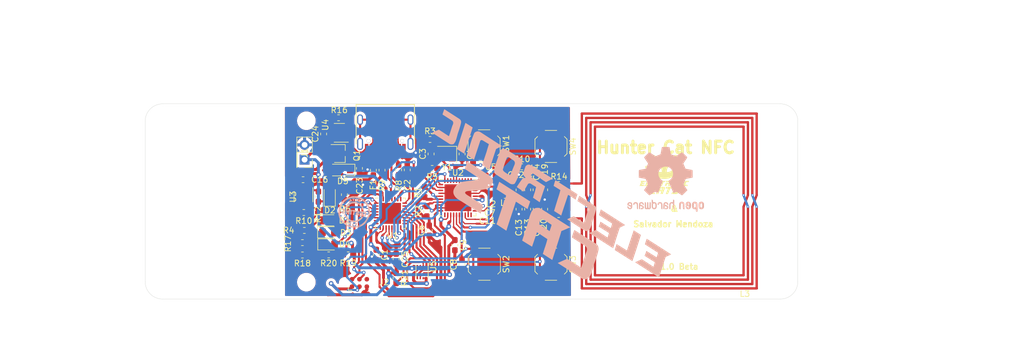
<source format=kicad_pcb>
(kicad_pcb (version 20171130) (host pcbnew "(5.1.6)-1")
  (title_block (title "Hunter Cat N/fc") (date 2020-04-10) (rev "v1.0 beta") (company "Electronic Cats") (comment 1 "Eduardo Contreras") (comment 2 "Montserrat Figueroa "))
  (layers (0 F.Cu signal) (31 B.Cu signal) (34 B.Paste user hide) (35 F.Paste user) (36 B.SilkS user hide) (37 F.SilkS user) (38 B.Mask user) (39 F.Mask user) (44 Edge.Cuts user))
  (net 0 "")
  (net 1 GND)
  (net 2 +3V3)
  (net 3 "Net-(C2-Pad1)")
  (net 4 "Net-(C3-Pad1)")
  (net 5 "Net-(C5-Pad1)")
  (net 6 "Net-(C7-Pad1)")
  (net 7 "Net-(C8-Pad1)")
  (net 8 +BATT)
  (net 9 /RXP)
  (net 10 "Net-(C10-Pad1)")
  (net 11 /RXN)
  (net 12 "Net-(C11-Pad1)")
  (net 13 "Net-(C12-Pad1)")
  (net 14 "Net-(C13-Pad2)")
  (net 15 "Net-(C14-Pad1)")
  (net 16 VBUS)
  (net 17 /LED1)
  (net 18 "Net-(D1-Pad1)")
  (net 19 "Net-(D2-Pad1)")
  (net 20 /LED2)
  (net 21 "Net-(D3-Pad1)")
  (net 22 /LED3)
  (net 23 "Net-(D4-Pad1)")
  (net 24 /ADR1)
  (net 25 /ADR0)
  (net 26 /TX1)
  (net 27 /TX2)
  (net 28 "Net-(L3-Pad1)")
  (net 29 "Net-(L3-Pad2)")
  (net 30 /SDA)
  (net 31 /SCL)
  (net 32 "Net-(P1-PadA5)")
  (net 33 "Net-(P1-PadB5)")
  (net 34 "Net-(R10-Pad1)")
  (net 35 "Net-(R12-Pad1)")
  (net 36 "Net-(R16-Pad2)")
  (net 37 /B_ADC)
  (net 38 /CS)
  (net 39 /SWDIO)
  (net 40 /SWCLK)
  (net 41 "Net-(U1-Pad27)")
  (net 42 "Net-(U1-Pad25)")
  (net 43 /D+)
  (net 44 /D-)
  (net 45 "Net-(U1-Pad22)")
  (net 46 /MISO)
  (net 47 /SCK)
  (net 48 /MOSI)
  (net 49 /CLK)
  (net 50 /IRQ)
  (net 51 "Net-(U1-Pad8)")
  (net 52 "Net-(U1-Pad7)")
  (net 53 "Net-(U1-Pad6)")
  (net 54 /VEN)
  (net 55 "Net-(U4-Pad4)")
  (net 56 "Net-(C4-Pad1)")
  (net 57 "Net-(F1-Pad1)")
  (net 58 "Net-(P1-PadS1)")
  (net 59 /GPIO)
  (net 60 "Net-(C23-Pad1)")
  (net 61 /RST)
  (net 62 "Net-(J2-Pad6)")
  (net 63 "Net-(C18-Pad1)")
  (net 64 /GPIO1)
  (net 65 /GPIO2)
  (module MountingHole:MountingHole_2.2mm_M2 (layer F.Cu) (at 83 78.4)
    (fp_text reference REF**)
    (fp_text value MountingHole_2.2mm_M2)
    (pad 1 np_thru_hole circle (at 0 0) (size 2.2 2.2) (drill 2.2) (layers *.Cu *.Mask))
  )
  (module MountingHole:MountingHole_2.2mm_M2 (layer F.Cu) (at 83 106.1)
    (fp_text reference REF**)
    (fp_text value MountingHole_2.2mm_M2)
    (pad 1 np_thru_hole circle (at 0 0) (size 2.2 2.2) (drill 2.2) (layers *.Cu *.Mask))
  )
  (module hunter-cat-nfc:NFC-antenna30.4x30.4mm (layer F.Cu) (at 169.94 92.17)
    (fp_text reference L3 (at 12.97 15.93) (layer F.SilkS))
    (fp_text value L)
    (fp_line (start 12.75 -1) (end 12.75 -12.75) (layer F.Cu) (width 0.4))
    (fp_line (start -12.75 -12.75) (end 12.75 -12.75) (layer F.Cu) (width 0.4))
    (fp_line (start -12.75 -12.75) (end -12.75 12.75) (layer F.Cu) (width 0.4))
    (fp_line (start 12.75 12.75) (end -12.75 12.75) (layer F.Cu) (width 0.4))
    (fp_line (start -13.5 1) (end -14.25 -1) (layer F.Cu) (width 0.4))
    (fp_line (start -13.5 1) (end -13.5 13.5) (layer F.Cu) (width 0.4))
    (fp_line (start 13.5 13.5) (end -13.5 13.5) (layer F.Cu) (width 0.4))
    (fp_line (start 13.5 1) (end 12.75 -1) (layer B.Cu) (width 0.4))
    (fp_line (start 13.5 13.5) (end 13.5 1) (layer F.Cu) (width 0.4))
    (fp_line (start 12.75 1) (end 13.5 -1) (layer F.Cu) (width 0.4))
    (fp_line (start 14.25 -14.25) (end 14.25 -1) (layer F.Cu) (width 0.4))
    (fp_line (start -14.25 -14.25) (end 14.25 -14.25) (layer F.Cu) (width 0.4))
    (fp_line (start -14.25 -14.25) (end -14.25 -1) (layer F.Cu) (width 0.4))
    (fp_line (start 12.75 12.75) (end 12.75 1) (layer F.Cu) (width 0.4))
    (fp_line (start 13.5 -13.5) (end 13.5 -1) (layer F.Cu) (width 0.4))
    (fp_line (start 13.5 -13.5) (end -13.5 -13.5) (layer F.Cu) (width 0.4))
    (fp_line (start -13.5 -1) (end -14.25 1) (layer B.Cu) (width 0.4))
    (fp_line (start -13.5 -1) (end -13.5 -13.5) (layer F.Cu) (width 0.4))
    (fp_line (start -14.25 1) (end -14.25 14.25) (layer F.Cu) (width 0.4))
    (fp_line (start -15 3) (end -15 15) (layer F.Cu) (width 0.4))
    (fp_line (start 14.25 14.25) (end -14.25 14.25) (layer F.Cu) (width 0.4))
    (fp_line (start 15 1) (end 14.25 -1) (layer B.Cu) (width 0.4))
    (fp_line (start 14.25 1) (end 15 -1) (layer F.Cu) (width 0.4))
    (fp_line (start 15 -1) (end 15 -15) (layer F.Cu) (width 0.4))
    (fp_line (start 15 15) (end 15 1) (layer F.Cu) (width 0.4))
    (fp_line (start 15 15) (end -15 15) (layer F.Cu) (width 0.4))
    (fp_line (start 14.25 14.25) (end 14.25 1) (layer F.Cu) (width 0.4))
    (fp_line (start 15 -15) (end -15 -15) (layer F.Cu) (width 0.4))
    (fp_line (start -15 -3) (end -15 -15) (layer F.Cu) (width 0.4))
    (pad 2 smd rect (at -15.8 3) (size 1.5 0.4) (layers F.Cu) (net 29 "Net-(L3-Pad2)"))
    (pad 1 smd rect (at -15.8 -3) (size 1.5 0.4) (layers F.Cu) (net 28 "Net-(L3-Pad1)"))
    (pad "" thru_hole circle (at 12.75 -1) (size 0.4 0.4) (drill 0.2) (layers *.Cu *.Mask))
    (pad "" thru_hole circle (at 13.5 1) (size 0.4 0.4) (drill 0.2) (layers *.Cu *.Mask))
    (pad "" thru_hole circle (at -13.5 -1) (size 0.4 0.4) (drill 0.2) (layers *.Cu *.Mask))
    (pad "" thru_hole circle (at -14.25 1) (size 0.4 0.4) (drill 0.2) (layers *.Cu *.Mask))
    (pad "" thru_hole circle (at 14.25 -1) (size 0.4 0.4) (drill 0.2) (layers *.Cu *.Mask))
    (pad "" thru_hole circle (at 15 1) (size 0.4 0.4) (drill 0.2) (layers *.Cu *.Mask))
  )
  (module Resistor_SMD:R_0603_1608Metric_Pad1.05x0.95mm_HandSolder (layer F.Cu) (at 145.64 90.26 270)
    (fp_text reference R11 (at -3.01 -0.27 90) (layer F.SilkS))
    (fp_text value 2k2)
    (pad 1 smd roundrect (at -0.875 0 270) (size 1.05 0.95) (layers F.Cu F.Paste F.Mask) (net 10 "Net-(C10-Pad1)"))
    (pad 2 smd roundrect (at 0.875 0 270) (size 1.05 0.95) (layers F.Cu F.Paste F.Mask) (net 13 "Net-(C12-Pad1)"))
  )
  (module Capacitor_SMD:C_0603_1608Metric_Pad1.05x0.95mm_HandSolder (layer F.Cu) (at 144.17 93.58 90)
    (fp_text reference C13 (at -3.17 -0.05 90) (layer F.SilkS))
    (fp_text value 680pF)
    (pad 2 smd roundrect (at 0.875 0 90) (size 1.05 0.95) (layers F.Cu F.Paste F.Mask) (net 14 "Net-(C13-Pad2)"))
    (pad 1 smd roundrect (at -0.875 0 90) (size 1.05 0.95) (layers F.Cu F.Paste F.Mask) (net 1 GND))
  )
  (module MountingHole:MountingHole_2.2mm_M2 (layer F.Cu) (at 188.25 106.1)
    (fp_text reference REF**)
    (fp_text value MountingHole_2.2mm_M2)
    (pad 1 np_thru_hole circle (at 0 0) (size 2.2 2.2) (drill 2.2) (layers *.Cu *.Mask))
  )
  (module MountingHole:MountingHole_2.2mm_M2 (layer F.Cu) (at 188.25 78.4)
    (fp_text reference REF**)
    (fp_text value MountingHole_2.2mm_M2)
    (pad 1 np_thru_hole circle (at 0 0) (size 2.2 2.2) (drill 2.2) (layers *.Cu *.Mask))
  )
  (module MountingHole:MountingHole_2.2mm_M2 (layer F.Cu) (at 107.67 106.1)
    (fp_text reference REF**)
    (fp_text value MountingHole_2.2mm_M2)
    (pad 1 np_thru_hole circle (at 0 0) (size 2.2 2.2) (drill 2.2) (layers *.Cu *.Mask))
  )
  (module MountingHole:MountingHole_2.2mm_M2 (layer F.Cu) (at 107.67 78.4)
    (fp_text reference REF**)
    (fp_text value MountingHole_2.2mm_M2)
    (pad 1 np_thru_hole circle (at 0 0) (size 2.2 2.2) (drill 2.2) (layers *.Cu *.Mask))
  )
  (module Aesthetics:beta_testing (layer B.Cu) (at 115.89 94.17 180)
    (fp_text reference G*** hide)
    (fp_text value LOGO hide)
  )
  (module Symbol:OSHW-Logo2_14.6x12mm_SilkScreen (layer B.Cu) (at 169.33 88.45 180)
    (fp_text reference REF** hide)
    (fp_text value OSHW-Logo2_14.6x12mm_SilkScreen hide)
  )
  (module Aesthetics:titule_electronic_med (layer B.Cu) (at 149.75 91.05 180)
    (fp_text reference svg2mod hide)
    (fp_text value electronic hide)
  )
  (module Aesthetics:electronic_cats_logo_8x6 (layer F.Cu) (at 169.09 87.62)
    (fp_text reference G*** hide)
    (fp_text value LOGO hide)
  )
  (module Connector_PinSocket_2.54mm:PinSocket_2x01_P2.54mm_Vertical (layer F.Cu) (at 107.36 85.08 270)
    (fp_text reference J1 (at -1.17 -0.01 90) (layer F.SilkS))
    (fp_text value Battery)
    (pad 2 thru_hole oval (at -2.54 0 270) (size 1.7 1.7) (drill 1) (layers *.Cu *.Mask) (net 1 GND))
    (pad 1 thru_hole rect (at 0 0 270) (size 1.7 1.7) (drill 1) (layers *.Cu *.Mask) (net 8 +BATT))
  )
  (module Connectors:C393939 (layer F.Cu) (at 121.21 82.37 180)
    (fp_text reference P1)
    (fp_text value USB_C_Plug_USB2.0)
    (pad B5 smd rect (at 1.75 -0.825 180) (size 0.3 1.65) (layers F.Cu F.Paste F.Mask) (net 33 "Net-(P1-PadB5)"))
    (pad B8 smd rect (at 1.25 -0.825 180) (size 0.3 1.65) (layers F.Cu F.Paste F.Mask))
    (pad A6 smd rect (at 0.75 -0.825 180) (size 0.3 1.65) (layers F.Cu F.Paste F.Mask) (net 43 /D+))
    (pad A7 smd rect (at 0.25 -0.825 180) (size 0.3 1.65) (layers F.Cu F.Paste F.Mask) (net 44 /D-))
    (pad A6 smd rect (at -0.25 -0.825 180) (size 0.3 1.65) (layers F.Cu F.Paste F.Mask) (net 43 /D+))
    (pad A7 smd rect (at -0.75 -0.825 180) (size 0.3 1.65) (layers F.Cu F.Paste F.Mask) (net 44 /D-))
    (pad A5 smd rect (at -1.25 -0.825 180) (size 0.3 1.65) (layers F.Cu F.Paste F.Mask) (net 32 "Net-(P1-PadA5)"))
    (pad A8 smd rect (at -1.75 -0.825 180) (size 0.3 1.65) (layers F.Cu F.Paste F.Mask))
    (pad A4 smd rect (at 2.4 -0.825 180) (size 0.6 1.65) (layers F.Cu F.Paste F.Mask) (net 57 "Net-(F1-Pad1)"))
    (pad A4 smd rect (at -2.4 -0.825 180) (size 0.6 1.65) (layers F.Cu F.Paste F.Mask) (net 57 "Net-(F1-Pad1)"))
    (pad A1 smd rect (at 3.2 -0.825 180) (size 0.6 1.65) (layers F.Cu F.Paste F.Mask) (net 1 GND))
    (pad A1 smd rect (at -3.2 -0.825 180) (size 0.6 1.65) (layers F.Cu F.Paste F.Mask) (net 1 GND))
    (pad "" thru_hole circle (at 2.89 0.5 180) (size 0.65 0.65) (drill 0.65) (layers *.Cu *.Mask))
    (pad "" thru_hole circle (at -2.89 0.5 180) (size 0.65 0.65) (drill 0.65) (layers *.Cu *.Mask))
    (pad S1 thru_hole oval (at 4.32 4.15 180) (size 1 1.8) (drill oval 0.6 1.4) (layers *.Cu *.Mask) (net 58 "Net-(P1-PadS1)"))
    (pad S1 thru_hole oval (at -4.32 4.15 180) (size 1 1.8) (drill oval 0.6 1.4) (layers *.Cu *.Mask) (net 58 "Net-(P1-PadS1)"))
    (pad S1 thru_hole oval (at 4.32 0 180) (size 1 2.1) (drill oval 0.6 1.7) (layers *.Cu *.Mask) (net 58 "Net-(P1-PadS1)"))
    (pad S1 thru_hole oval (at -4.32 0 180) (size 1 2.1) (drill oval 0.6 1.7) (layers *.Cu *.Mask) (net 58 "Net-(P1-PadS1)"))
  )
  (module Capacitor_SMD:C_0603_1608Metric_Pad1.05x0.95mm_HandSolder (layer F.Cu) (at 119.66 101.41 270)
    (fp_text reference C1 (at 0 -1.43 90) (layer F.SilkS))
    (fp_text value 0.1uF)
    (pad 1 smd roundrect (at -0.875 0 270) (size 1.05 0.95) (layers F.Cu F.Paste F.Mask) (net 2 +3V3))
    (pad 2 smd roundrect (at 0.875 0 270) (size 1.05 0.95) (layers F.Cu F.Paste F.Mask) (net 1 GND))
  )
  (module Capacitor_SMD:C_0603_1608Metric_Pad1.05x0.95mm_HandSolder (layer F.Cu) (at 124.98 86.835 90)
    (fp_text reference C2 (at -2.585 0.02 90) (layer F.SilkS))
    (fp_text value 1uF)
    (pad 2 smd roundrect (at 0.875 0 90) (size 1.05 0.95) (layers F.Cu F.Paste F.Mask) (net 1 GND))
    (pad 1 smd roundrect (at -0.875 0 90) (size 1.05 0.95) (layers F.Cu F.Paste F.Mask) (net 3 "Net-(C2-Pad1)"))
  )
  (module Capacitor_SMD:C_0603_1608Metric_Pad1.05x0.95mm_HandSolder (layer F.Cu) (at 129.07 84.1 90)
    (fp_text reference C3 (at 0 -1.43 90) (layer F.SilkS))
    (fp_text value 10pF)
    (pad 2 smd roundrect (at 0.875 0 90) (size 1.05 0.95) (layers F.Cu F.Paste F.Mask) (net 1 GND))
    (pad 1 smd roundrect (at -0.875 0 90) (size 1.05 0.95) (layers F.Cu F.Paste F.Mask) (net 4 "Net-(C3-Pad1)"))
  )
  (module Capacitor_SMD:C_0603_1608Metric_Pad1.05x0.95mm_HandSolder (layer F.Cu) (at 134.39 84.1 270)
    (fp_text reference C4 (at 0 -1.43 90) (layer F.SilkS))
    (fp_text value 10pF)
    (pad 2 smd roundrect (at 0.875 0 270) (size 1.05 0.95) (layers F.Cu F.Paste F.Mask) (net 1 GND))
    (pad 1 smd roundrect (at -0.875 0 270) (size 1.05 0.95) (layers F.Cu F.Paste F.Mask) (net 56 "Net-(C4-Pad1)"))
  )
  (module Capacitor_SMD:C_0603_1608Metric_Pad1.05x0.95mm_HandSolder (layer F.Cu) (at 139.3 87.77)
    (fp_text reference C5 (at 0 -1.43) (layer F.SilkS))
    (fp_text value 1uF)
    (pad 1 smd roundrect (at -0.875 0) (size 1.05 0.95) (layers F.Cu F.Paste F.Mask) (net 5 "Net-(C5-Pad1)"))
    (pad 2 smd roundrect (at 0.875 0) (size 1.05 0.95) (layers F.Cu F.Paste F.Mask) (net 1 GND))
  )
  (module Capacitor_SMD:C_0603_1608Metric_Pad1.05x0.95mm_HandSolder (layer F.Cu) (at 128.75 97.25 270)
    (fp_text reference C6 (at -0.02 1.36 90) (layer F.SilkS))
    (fp_text value 1uF)
    (pad 1 smd roundrect (at -0.875 0 270) (size 1.05 0.95) (layers F.Cu F.Paste F.Mask) (net 2 +3V3))
    (pad 2 smd roundrect (at 0.875 0 270) (size 1.05 0.95) (layers F.Cu F.Paste F.Mask) (net 1 GND))
  )
  (module Capacitor_SMD:C_0603_1608Metric_Pad1.05x0.95mm_HandSolder (layer F.Cu) (at 141.78 94.12)
    (fp_text reference C7 (at -2.65 0.075) (layer F.SilkS))
    (fp_text value 100nF)
    (pad 1 smd roundrect (at -0.875 0) (size 1.05 0.95) (layers F.Cu F.Paste F.Mask) (net 6 "Net-(C7-Pad1)"))
    (pad 2 smd roundrect (at 0.875 0) (size 1.05 0.95) (layers F.Cu F.Paste F.Mask) (net 1 GND))
  )
  (module Capacitor_SMD:C_0603_1608Metric_Pad1.05x0.95mm_HandSolder (layer F.Cu) (at 134.37 103.07 270)
    (fp_text reference C8 (at 0.03 1.44 90) (layer F.SilkS))
    (fp_text value 1uF)
    (pad 1 smd roundrect (at -0.875 0 270) (size 1.05 0.95) (layers F.Cu F.Paste F.Mask) (net 7 "Net-(C8-Pad1)"))
    (pad 2 smd roundrect (at 0.875 0 270) (size 1.05 0.95) (layers F.Cu F.Paste F.Mask) (net 1 GND))
  )
  (module Capacitor_SMD:C_0603_1608Metric_Pad1.05x0.95mm_HandSolder (layer F.Cu) (at 133.15 99.75 270)
    (fp_text reference C9 (at 0 -1.43 90) (layer F.SilkS))
    (fp_text value 100nF)
    (pad 2 smd roundrect (at 0.875 0 270) (size 1.05 0.95) (layers F.Cu F.Paste F.Mask) (net 1 GND))
    (pad 1 smd roundrect (at -0.875 0 270) (size 1.05 0.95) (layers F.Cu F.Paste F.Mask) (net 8 +BATT))
  )
  (module Capacitor_SMD:C_0603_1608Metric_Pad1.05x0.95mm_HandSolder (layer F.Cu) (at 144.63 86.31 180)
    (fp_text reference C10 (at 0 1.332) (layer F.SilkS))
    (fp_text value 1nF/16V)
    (pad 1 smd roundrect (at -0.875 0 180) (size 1.05 0.95) (layers F.Cu F.Paste F.Mask) (net 10 "Net-(C10-Pad1)"))
    (pad 2 smd roundrect (at 0.875 0 180) (size 1.05 0.95) (layers F.Cu F.Paste F.Mask) (net 9 /RXP))
  )
  (module Capacitor_SMD:C_0603_1608Metric_Pad1.05x0.95mm_HandSolder (layer F.Cu) (at 141.78 95.58 180)
    (fp_text reference C11 (at 3.05 0) (layer F.SilkS))
    (fp_text value 1nF/16V)
    (pad 2 smd roundrect (at 0.875 0 180) (size 1.05 0.95) (layers F.Cu F.Paste F.Mask) (net 11 /RXN))
    (pad 1 smd roundrect (at -0.875 0 180) (size 1.05 0.95) (layers F.Cu F.Paste F.Mask) (net 12 "Net-(C11-Pad1)"))
  )
  (module Capacitor_SMD:C_0603_1608Metric_Pad1.05x0.95mm_HandSolder (layer F.Cu) (at 144.17 90.275 90)
    (fp_text reference C12 (at 2.58 -0.55) (layer F.SilkS))
    (fp_text value 680pF)
    (pad 1 smd roundrect (at -0.875 0 90) (size 1.05 0.95) (layers F.Cu F.Paste F.Mask) (net 13 "Net-(C12-Pad1)"))
    (pad 2 smd roundrect (at 0.875 0 90) (size 1.05 0.95) (layers F.Cu F.Paste F.Mask) (net 1 GND))
  )
  (module Capacitor_SMD:C_0603_1608Metric_Pad1.05x0.95mm_HandSolder (layer F.Cu) (at 147.09 90.255 270)
    (fp_text reference C14 (at -3.04 -0.07 90) (layer F.SilkS))
    (fp_text value 56pF/50V)
    (pad 2 smd roundrect (at 0.875 0 270) (size 1.05 0.95) (layers F.Cu F.Paste F.Mask) (net 13 "Net-(C12-Pad1)"))
    (pad 1 smd roundrect (at -0.875 0 270) (size 1.05 0.95) (layers F.Cu F.Paste F.Mask) (net 15 "Net-(C14-Pad1)"))
  )
  (module Capacitor_SMD:C_0603_1608Metric_Pad1.05x0.95mm_HandSolder (layer F.Cu) (at 107.1 88.52)
    (fp_text reference C16 (at 2.855 -0.02) (layer F.SilkS))
    (fp_text value 10uF)
    (pad 1 smd roundrect (at -0.875 0) (size 1.05 0.95) (layers F.Cu F.Paste F.Mask) (net 8 +BATT))
    (pad 2 smd roundrect (at 0.875 0) (size 1.05 0.95) (layers F.Cu F.Paste F.Mask) (net 1 GND))
  )
  (module Capacitor_SMD:C_0603_1608Metric_Pad1.05x0.95mm_HandSolder (layer F.Cu) (at 147.1 93.575 90)
    (fp_text reference C18 (at -3.255 0.04 90) (layer F.SilkS))
    (fp_text value 56pF)
    (pad 2 smd roundrect (at 0.875 0 90) (size 1.05 0.95) (layers F.Cu F.Paste F.Mask) (net 14 "Net-(C13-Pad2)"))
    (pad 1 smd roundrect (at -0.875 0 90) (size 1.05 0.95) (layers F.Cu F.Paste F.Mask) (net 63 "Net-(C18-Pad1)"))
  )
  (module Capacitor_SMD:C_0603_1608Metric_Pad1.05x0.95mm_HandSolder (layer F.Cu) (at 148.56 90.26 270)
    (fp_text reference C19 (at -3.035 -0.02 90) (layer F.SilkS))
    (fp_text value 120pF)
    (pad 2 smd roundrect (at 0.875 0 270) (size 1.05 0.95) (layers F.Cu F.Paste F.Mask) (net 1 GND))
    (pad 1 smd roundrect (at -0.875 0 270) (size 1.05 0.95) (layers F.Cu F.Paste F.Mask) (net 15 "Net-(C14-Pad1)"))
  )
  (module Capacitor_SMD:C_0603_1608Metric_Pad1.05x0.95mm_HandSolder (layer F.Cu) (at 148.56 93.575 270)
    (fp_text reference C20 (at 3.04 0.16 90) (layer F.SilkS))
    (fp_text value 120pF)
    (pad 1 smd roundrect (at -0.875 0 270) (size 1.05 0.95) (layers F.Cu F.Paste F.Mask) (net 1 GND))
    (pad 2 smd roundrect (at 0.875 0 270) (size 1.05 0.95) (layers F.Cu F.Paste F.Mask) (net 63 "Net-(C18-Pad1)"))
  )
  (module LED_SMD:LED_0805_2012Metric_Pad1.15x1.40mm_HandSolder (layer F.Cu) (at 111.4 95.49)
    (fp_text reference D1 (at 2.81 0.02 180) (layer F.SilkS))
    (fp_text value LED)
    (pad 2 smd roundrect (at 1.025 0) (size 1.15 1.4) (layers F.Cu F.Paste F.Mask) (roundrect_rratio 0.217391) (net 17 /LED1))
    (pad 1 smd roundrect (at -1.025 0) (size 1.15 1.4) (layers F.Cu F.Paste F.Mask) (roundrect_rratio 0.217391) (net 18 "Net-(D1-Pad1)"))
  )
  (module LED_SMD:LED_0805_2012Metric_Pad1.15x1.40mm_HandSolder (layer F.Cu) (at 111.67 91.21 90)
    (fp_text reference D2 (at -2.55 0.04 180) (layer F.SilkS))
    (fp_text value LED)
    (pad 2 smd roundrect (at 1.025 0 90) (size 1.15 1.4) (layers F.Cu F.Paste F.Mask) (roundrect_rratio 0.217391) (net 16 VBUS))
    (pad 1 smd roundrect (at -1.025 0 90) (size 1.15 1.4) (layers F.Cu F.Paste F.Mask) (roundrect_rratio 0.217391) (net 19 "Net-(D2-Pad1)"))
  )
  (module LED_SMD:LED_0805_2012Metric_Pad1.15x1.40mm_HandSolder (layer F.Cu) (at 111.46 97.54)
    (fp_text reference D3 (at 2.98 0.07 180) (layer F.SilkS))
    (fp_text value LED)
    (pad 1 smd roundrect (at -1.025 0) (size 1.15 1.4) (layers F.Cu F.Paste F.Mask) (roundrect_rratio 0.217391) (net 21 "Net-(D3-Pad1)"))
    (pad 2 smd roundrect (at 1.025 0) (size 1.15 1.4) (layers F.Cu F.Paste F.Mask) (roundrect_rratio 0.217391) (net 20 /LED2))
  )
  (module LED_SMD:LED_0805_2012Metric_Pad1.15x1.40mm_HandSolder (layer F.Cu) (at 111.48 99.62)
    (fp_text reference D4 (at 2.78 -0.06) (layer F.SilkS))
    (fp_text value LED)
    (pad 1 smd roundrect (at -1.025 0) (size 1.15 1.4) (layers F.Cu F.Paste F.Mask) (roundrect_rratio 0.217391) (net 23 "Net-(D4-Pad1)"))
    (pad 2 smd roundrect (at 1.025 0) (size 1.15 1.4) (layers F.Cu F.Paste F.Mask) (roundrect_rratio 0.217391) (net 22 /LED3))
  )
  (module Diode_SMD:D_SOD-123F (layer F.Cu) (at 113.79 86.86 180)
    (fp_text reference D5 (at -0.127 -1.905) (layer F.SilkS))
    (fp_text value MBR120)
    (pad 1 smd rect (at -1.4 0 180) (size 1.1 1.1) (layers F.Cu F.Paste F.Mask) (net 60 "Net-(C23-Pad1)"))
    (pad 2 smd rect (at 1.4 0 180) (size 1.1 1.1) (layers F.Cu F.Paste F.Mask) (net 16 VBUS))
  )
  (module Fuse:Fuse_0603_1608Metric_Pad1.05x0.95mm_HandSolder (layer F.Cu) (at 119.16 86.88 270)
    (fp_text reference F1 (at 2.52 0.04 90) (layer F.SilkS))
    (fp_text value 0.5A)
    (pad 1 smd roundrect (at -0.875 0 270) (size 1.05 0.95) (layers F.Cu F.Paste F.Mask) (net 57 "Net-(F1-Pad1)"))
    (pad 2 smd roundrect (at 0.875 0 270) (size 1.05 0.95) (layers F.Cu F.Paste F.Mask) (net 16 VBUS))
  )
  (module Button_Switch_SMD:SW_SPST_TL3342 (layer F.Cu) (at 138.21 103.02 270)
    (fp_text reference SW2 (at 0 -3.75 90) (layer F.SilkS))
    (fp_text value GPIO)
    (pad 1 smd rect (at -3.15 -1.9 270) (size 1.7 1) (layers F.Cu F.Paste F.Mask) (net 1 GND))
    (pad 1 smd rect (at 3.15 -1.9 270) (size 1.7 1) (layers F.Cu F.Paste F.Mask) (net 1 GND))
    (pad 2 smd rect (at -3.15 1.9 270) (size 1.7 1) (layers F.Cu F.Paste F.Mask) (net 59 /GPIO))
    (pad 2 smd rect (at 3.15 1.9 270) (size 1.7 1) (layers F.Cu F.Paste F.Mask) (net 59 /GPIO))
  )
  (module Connector:Tag-Connect_TC2030-IDC-NL_2x03_P1.27mm_Vertical (layer F.Cu) (at 116.77 106.23)
    (fp_text reference J2 (at 4.23 -0.14) (layer F.SilkS))
    (fp_text value Conn_01x06_Female)
    (pad "" np_thru_hole circle (at 2.54 -1.016) (size 0.9906 0.9906) (drill 0.9906) (layers *.Cu *.Mask))
    (pad "" np_thru_hole circle (at 2.54 1.016) (size 0.9906 0.9906) (drill 0.9906) (layers *.Cu *.Mask))
    (pad "" np_thru_hole circle (at -2.54 0) (size 0.9906 0.9906) (drill 0.9906) (layers *.Cu *.Mask))
    (pad 1 connect circle (at -1.27 0.635) (size 0.7874 0.7874) (layers F.Cu F.Mask) (net 2 +3V3))
    (pad 2 connect circle (at -1.27 -0.635) (size 0.7874 0.7874) (layers F.Cu F.Mask) (net 39 /SWDIO))
    (pad 3 connect circle (at 0 0.635) (size 0.7874 0.7874) (layers F.Cu F.Mask) (net 61 /RST))
    (pad 4 connect circle (at 0 -0.635) (size 0.7874 0.7874) (layers F.Cu F.Mask) (net 40 /SWCLK))
    (pad 5 connect circle (at 1.27 0.635) (size 0.7874 0.7874) (layers F.Cu F.Mask) (net 1 GND))
    (pad 6 connect circle (at 1.27 -0.635) (size 0.7874 0.7874) (layers F.Cu F.Mask) (net 62 "Net-(J2-Pad6)"))
  )
  (module Inductor_SMD:L_0603_1608Metric_Pad1.05x0.95mm_HandSolder (layer F.Cu) (at 141.785 91.19)
    (fp_text reference L1 (at 0.02 1.31 180) (layer F.SilkS))
    (fp_text value 160nH)
    (pad 1 smd roundrect (at -0.875 0) (size 1.05 0.95) (layers F.Cu F.Paste F.Mask) (net 26 /TX1))
    (pad 2 smd roundrect (at 0.875 0) (size 1.05 0.95) (layers F.Cu F.Paste F.Mask) (net 13 "Net-(C12-Pad1)"))
  )
  (module Inductor_SMD:L_0603_1608Metric_Pad1.05x0.95mm_HandSolder (layer F.Cu) (at 141.79 92.66 180)
    (fp_text reference L2 (at 2.45 -0.04) (layer F.SilkS))
    (fp_text value 160nH)
    (pad 2 smd roundrect (at 0.875 0 180) (size 1.05 0.95) (layers F.Cu F.Paste F.Mask) (net 27 /TX2))
    (pad 1 smd roundrect (at -0.875 0 180) (size 1.05 0.95) (layers F.Cu F.Paste F.Mask) (net 14 "Net-(C13-Pad2)"))
  )
  (module Package_TO_SOT_SMD:TSOT-23 (layer F.Cu) (at 113.39 84.01)
    (fp_text reference Q1 (at 2.93 0.35 270) (layer F.SilkS))
    (fp_text value DMG3415U-7)
    (pad 1 smd rect (at -1.31 -0.95) (size 1.22 0.65) (layers F.Cu F.Paste F.Mask) (net 8 +BATT))
    (pad 2 smd rect (at -1.31 0.95) (size 1.22 0.65) (layers F.Cu F.Paste F.Mask) (net 16 VBUS))
    (pad 3 smd rect (at 1.31 0) (size 1.22 0.65) (layers F.Cu F.Paste F.Mask) (net 60 "Net-(C23-Pad1)"))
  )
  (module Resistor_SMD:R_0603_1608Metric_Pad1.05x0.95mm_HandSolder (layer F.Cu) (at 127.96 90.625 90)
    (fp_text reference R1 (at -0.065 -1.21 90) (layer F.SilkS))
    (fp_text value 10K)
    (pad 1 smd roundrect (at -0.875 0 90) (size 1.05 0.95) (layers F.Cu F.Paste F.Mask) (net 2 +3V3))
    (pad 2 smd roundrect (at 0.875 0 90) (size 1.05 0.95) (layers F.Cu F.Paste F.Mask) (net 30 /SDA))
  )
  (module Resistor_SMD:R_0603_1608Metric_Pad1.05x0.95mm_HandSolder (layer F.Cu) (at 128.33 93.93 90)
    (fp_text reference R2 (at 0 -1.43 90) (layer F.SilkS))
    (fp_text value 10K)
    (pad 2 smd roundrect (at 0.875 0 90) (size 1.05 0.95) (layers F.Cu F.Paste F.Mask) (net 31 /SCL))
    (pad 1 smd roundrect (at -0.875 0 90) (size 1.05 0.95) (layers F.Cu F.Paste F.Mask) (net 2 +3V3))
  )
  (module Resistor_SMD:R_0603_1608Metric_Pad1.05x0.95mm_HandSolder (layer F.Cu) (at 128.89 81.61)
    (fp_text reference R3 (at 0 -1.43) (layer F.SilkS))
    (fp_text value 100K)
    (pad 1 smd roundrect (at -0.875 0) (size 1.05 0.95) (layers F.Cu F.Paste F.Mask) (net 24 /ADR1))
    (pad 2 smd roundrect (at 0.875 0) (size 1.05 0.95) (layers F.Cu F.Paste F.Mask) (net 1 GND))
  )
  (module Resistor_SMD:R_0603_1608Metric_Pad1.05x0.95mm_HandSolder (layer F.Cu) (at 107.32 97.22 180)
    (fp_text reference R4 (at 2.69 0.01 180) (layer F.SilkS))
    (fp_text value 1K)
    (pad 2 smd roundrect (at 0.875 0 180) (size 1.05 0.95) (layers F.Cu F.Paste F.Mask) (net 1 GND))
    (pad 1 smd roundrect (at -0.875 0 180) (size 1.05 0.95) (layers F.Cu F.Paste F.Mask) (net 18 "Net-(D1-Pad1)"))
  )
  (module Resistor_SMD:R_0603_1608Metric_Pad1.05x0.95mm_HandSolder (layer F.Cu) (at 129.25 86.59 180)
    (fp_text reference R5 (at 0 -1.43) (layer F.SilkS))
    (fp_text value 100K)
    (pad 2 smd roundrect (at 0.875 0 180) (size 1.05 0.95) (layers F.Cu F.Paste F.Mask) (net 1 GND))
    (pad 1 smd roundrect (at -0.875 0 180) (size 1.05 0.95) (layers F.Cu F.Paste F.Mask) (net 25 /ADR0))
  )
  (module Resistor_SMD:R_0603_1608Metric_Pad1.05x0.95mm_HandSolder (layer F.Cu) (at 114.19 91.09 270)
    (fp_text reference R6 (at 2.48 -0.14 180) (layer F.SilkS))
    (fp_text value 100K)
    (pad 2 smd roundrect (at 0.875 0 270) (size 1.05 0.95) (layers F.Cu F.Paste F.Mask) (net 1 GND))
    (pad 1 smd roundrect (at -0.875 0 270) (size 1.05 0.95) (layers F.Cu F.Paste F.Mask) (net 16 VBUS))
  )
  (module Resistor_SMD:R_0603_1608Metric_Pad1.05x0.95mm_HandSolder (layer F.Cu) (at 123.5 86.84 90)
    (fp_text reference R8 (at -2.7 0.01 90) (layer F.SilkS))
    (fp_text value 5k1)
    (pad 1 smd roundrect (at -0.875 0 90) (size 1.05 0.95) (layers F.Cu F.Paste F.Mask) (net 1 GND))
    (pad 2 smd roundrect (at 0.875 0 90) (size 1.05 0.95) (layers F.Cu F.Paste F.Mask) (net 32 "Net-(P1-PadA5)"))
  )
  (module Resistor_SMD:R_0603_1608Metric_Pad1.05x0.95mm_HandSolder (layer F.Cu) (at 120.65 86.88 90)
    (fp_text reference R9 (at -2.63 0 90) (layer F.SilkS))
    (fp_text value 5k1)
    (pad 2 smd roundrect (at 0.875 0 90) (size 1.05 0.95) (layers F.Cu F.Paste F.Mask) (net 33 "Net-(P1-PadB5)"))
    (pad 1 smd roundrect (at -0.875 0 90) (size 1.05 0.95) (layers F.Cu F.Paste F.Mask) (net 1 GND))
  )
  (module Resistor_SMD:R_0603_1608Metric_Pad1.05x0.95mm_HandSolder (layer F.Cu) (at 107.23 94.15 180)
    (fp_text reference R10 (at 0 -1.43) (layer F.SilkS))
    (fp_text value 1K)
    (pad 1 smd roundrect (at -0.875 0 180) (size 1.05 0.95) (layers F.Cu F.Paste F.Mask) (net 34 "Net-(R10-Pad1)"))
    (pad 2 smd roundrect (at 0.875 0 180) (size 1.05 0.95) (layers F.Cu F.Paste F.Mask) (net 1 GND))
  )
  (module Resistor_SMD:R_0603_1608Metric_Pad1.05x0.95mm_HandSolder (layer F.Cu) (at 109.73 91.425 270)
    (fp_text reference R12 (at 3.08 0.06 90) (layer F.SilkS))
    (fp_text value 1K)
    (pad 2 smd roundrect (at 0.875 0 270) (size 1.05 0.95) (layers F.Cu F.Paste F.Mask) (net 19 "Net-(D2-Pad1)"))
    (pad 1 smd roundrect (at -0.875 0 270) (size 1.05 0.95) (layers F.Cu F.Paste F.Mask) (net 35 "Net-(R12-Pad1)"))
  )
  (module Resistor_SMD:R_0603_1608Metric_Pad1.05x0.95mm_HandSolder (layer F.Cu) (at 145.64 93.575 270)
    (fp_text reference R13 (at 3.08 -0.03 270) (layer F.SilkS))
    (fp_text value 2k2)
    (pad 2 smd roundrect (at 0.875 0 270) (size 1.05 0.95) (layers F.Cu F.Paste F.Mask) (net 12 "Net-(C11-Pad1)"))
    (pad 1 smd roundrect (at -0.875 0 270) (size 1.05 0.95) (layers F.Cu F.Paste F.Mask) (net 14 "Net-(C13-Pad2)"))
  )
  (module Resistor_SMD:R_0603_1608Metric_Pad1.05x0.95mm_HandSolder (layer F.Cu) (at 150.95 89.35 180)
    (fp_text reference R14 (at -0.07 1.38) (layer F.SilkS))
    (fp_text value 3.24R)
    (pad 2 smd roundrect (at 0.875 0 180) (size 1.05 0.95) (layers F.Cu F.Paste F.Mask) (net 15 "Net-(C14-Pad1)"))
    (pad 1 smd roundrect (at -0.875 0 180) (size 1.05 0.95) (layers F.Cu F.Paste F.Mask) (net 28 "Net-(L3-Pad1)"))
  )
  (module Resistor_SMD:R_0603_1608Metric_Pad1.05x0.95mm_HandSolder (layer F.Cu) (at 150.96 94.49 180)
    (fp_text reference R15 (at 3.345 -0.21) (layer F.SilkS))
    (fp_text value 3.24R)
    (pad 1 smd roundrect (at -0.875 0 180) (size 1.05 0.95) (layers F.Cu F.Paste F.Mask) (net 29 "Net-(L3-Pad2)"))
    (pad 2 smd roundrect (at 0.875 0 180) (size 1.05 0.95) (layers F.Cu F.Paste F.Mask) (net 63 "Net-(C18-Pad1)"))
  )
  (module Resistor_SMD:R_0603_1608Metric_Pad1.05x0.95mm_HandSolder (layer F.Cu) (at 113.19 77.89)
    (fp_text reference R16 (at 0.12 -1.32 180) (layer F.SilkS))
    (fp_text value 10K)
    (pad 1 smd roundrect (at -0.875 0) (size 1.05 0.95) (layers F.Cu F.Paste F.Mask) (net 60 "Net-(C23-Pad1)"))
    (pad 2 smd roundrect (at 0.875 0) (size 1.05 0.95) (layers F.Cu F.Paste F.Mask) (net 36 "Net-(R16-Pad2)"))
  )
  (module Resistor_SMD:R_0603_1608Metric_Pad1.05x0.95mm_HandSolder (layer F.Cu) (at 106.99 99.32 180)
    (fp_text reference R17 (at 2.49 -0.17 270) (layer F.SilkS))
    (fp_text value 1K)
    (pad 2 smd roundrect (at 0.875 0 180) (size 1.05 0.95) (layers F.Cu F.Paste F.Mask) (net 1 GND))
    (pad 1 smd roundrect (at -0.875 0 180) (size 1.05 0.95) (layers F.Cu F.Paste F.Mask) (net 21 "Net-(D3-Pad1)"))
  )
  (module Resistor_SMD:R_0603_1608Metric_Pad1.05x0.95mm_HandSolder (layer F.Cu) (at 106.99 101.44 180)
    (fp_text reference R18 (at 0 -1.43) (layer F.SilkS))
    (fp_text value 1K)
    (pad 1 smd roundrect (at -0.875 0 180) (size 1.05 0.95) (layers F.Cu F.Paste F.Mask) (net 23 "Net-(D4-Pad1)"))
    (pad 2 smd roundrect (at 0.875 0 180) (size 1.05 0.95) (layers F.Cu F.Paste F.Mask) (net 1 GND))
  )
  (module Resistor_SMD:R_0603_1608Metric_Pad1.05x0.95mm_HandSolder (layer F.Cu) (at 114.84 101.41 180)
    (fp_text reference R19 (at 0 -1.43) (layer F.SilkS))
    (fp_text value 100k)
    (pad 1 smd roundrect (at -0.875 0 180) (size 1.05 0.95) (layers F.Cu F.Paste F.Mask) (net 8 +BATT))
    (pad 2 smd roundrect (at 0.875 0 180) (size 1.05 0.95) (layers F.Cu F.Paste F.Mask) (net 37 /B_ADC))
  )
  (module Resistor_SMD:R_0603_1608Metric_Pad1.05x0.95mm_HandSolder (layer F.Cu) (at 111.5 101.42 180)
    (fp_text reference R20 (at 0 -1.43) (layer F.SilkS))
    (fp_text value 100k)
    (pad 2 smd roundrect (at 0.875 0 180) (size 1.05 0.95) (layers F.Cu F.Paste F.Mask) (net 1 GND))
    (pad 1 smd roundrect (at -0.875 0 180) (size 1.05 0.95) (layers F.Cu F.Paste F.Mask) (net 37 /B_ADC))
  )
  (module Resistor_SMD:R_0603_1608Metric_Pad1.05x0.95mm_HandSolder (layer F.Cu) (at 123.07 105.4 270)
    (fp_text reference R21 (at 0 -1.43 90) (layer F.SilkS))
    (fp_text value 10K)
    (pad 1 smd roundrect (at -0.875 0 270) (size 1.05 0.95) (layers F.Cu F.Paste F.Mask) (net 2 +3V3))
    (pad 2 smd roundrect (at 0.875 0 270) (size 1.05 0.95) (layers F.Cu F.Paste F.Mask) (net 38 /CS))
  )
  (module Button_Switch_SMD:SW_SPST_TL3342 (layer F.Cu) (at 138.17 82.7 270)
    (fp_text reference SW1 (at -0.34 -3.77 90) (layer F.SilkS))
    (fp_text value RESET)
    (pad 2 smd rect (at 3.15 1.9 270) (size 1.7 1) (layers F.Cu F.Paste F.Mask) (net 61 /RST))
    (pad 2 smd rect (at -3.15 1.9 270) (size 1.7 1) (layers F.Cu F.Paste F.Mask) (net 61 /RST))
    (pad 1 smd rect (at 3.15 -1.9 270) (size 1.7 1) (layers F.Cu F.Paste F.Mask) (net 1 GND))
    (pad 1 smd rect (at -3.15 -1.9 270) (size 1.7 1) (layers F.Cu F.Paste F.Mask) (net 1 GND))
  )
  (module Package_DFN_QFN:QFN-32-1EP_5x5mm_P0.5mm_EP3.6x3.6mm (layer F.Cu) (at 122.1 94.29)
    (fp_text reference U1 (at 0.36 3.81) (layer F.SilkS))
    (fp_text value ATSAMD21E18A)
    (pad 33 smd rect (at 0 0) (size 3.6 3.6) (layers F.Cu F.Mask))
    (pad 32 smd roundrect (at -1.75 -2.45) (size 0.25 0.8) (layers F.Cu F.Paste F.Mask) (net 39 /SWDIO))
    (pad 31 smd roundrect (at -1.25 -2.45) (size 0.25 0.8) (layers F.Cu F.Paste F.Mask) (net 40 /SWCLK))
    (pad 30 smd roundrect (at -0.75 -2.45) (size 0.25 0.8) (layers F.Cu F.Paste F.Mask) (net 2 +3V3))
    (pad 29 smd roundrect (at -0.25 -2.45) (size 0.25 0.8) (layers F.Cu F.Paste F.Mask) (net 3 "Net-(C2-Pad1)"))
    (pad 28 smd roundrect (at 0.25 -2.45) (size 0.25 0.8) (layers F.Cu F.Paste F.Mask) (net 1 GND))
    (pad 27 smd roundrect (at 0.75 -2.45) (size 0.25 0.8) (layers F.Cu F.Paste F.Mask) (net 41 "Net-(U1-Pad27)"))
    (pad 26 smd roundrect (at 1.25 -2.45) (size 0.25 0.8) (layers F.Cu F.Paste F.Mask) (net 61 /RST))
    (pad 25 smd roundrect (at 1.75 -2.45) (size 0.25 0.8) (layers F.Cu F.Paste F.Mask) (net 42 "Net-(U1-Pad25)"))
    (pad 24 smd roundrect (at 2.45 -1.75) (size 0.8 0.25) (layers F.Cu F.Paste F.Mask) (net 43 /D+))
    (pad 23 smd roundrect (at 2.45 -1.25) (size 0.8 0.25) (layers F.Cu F.Paste F.Mask) (net 44 /D-))
    (pad 22 smd roundrect (at 2.45 -0.75) (size 0.8 0.25) (layers F.Cu F.Paste F.Mask) (net 45 "Net-(U1-Pad22)"))
    (pad 21 smd roundrect (at 2.45 -0.25) (size 0.8 0.25) (layers F.Cu F.Paste F.Mask) (net 46 /MISO))
    (pad 20 smd roundrect (at 2.45 0.25) (size 0.8 0.25) (layers F.Cu F.Paste F.Mask) (net 47 /SCK))
    (pad 19 smd roundrect (at 2.45 0.75) (size 0.8 0.25) (layers F.Cu F.Paste F.Mask) (net 48 /MOSI))
    (pad 18 smd roundrect (at 2.45 1.25) (size 0.8 0.25) (layers F.Cu F.Paste F.Mask) (net 38 /CS))
    (pad 17 smd roundrect (at 2.45 1.75) (size 0.8 0.25) (layers F.Cu F.Paste F.Mask) (net 59 /GPIO))
    (pad 16 smd roundrect (at 1.75 2.45) (size 0.25 0.8) (layers F.Cu F.Paste F.Mask) (net 64 /GPIO1))
    (pad 15 smd roundrect (at 1.25 2.45) (size 0.25 0.8) (layers F.Cu F.Paste F.Mask) (net 65 /GPIO2))
    (pad 14 smd roundrect (at 0.75 2.45) (size 0.25 0.8) (layers F.Cu F.Paste F.Mask) (net 49 /CLK))
    (pad 13 smd roundrect (at 0.25 2.45) (size 0.25 0.8) (layers F.Cu F.Paste F.Mask) (net 50 /IRQ))
    (pad 12 smd roundrect (at -0.25 2.45) (size 0.25 0.8) (layers F.Cu F.Paste F.Mask) (net 31 /SCL))
    (pad 11 smd roundrect (at -0.75 2.45) (size 0.25 0.8) (layers F.Cu F.Paste F.Mask) (net 30 /SDA))
    (pad 10 smd roundrect (at -1.25 2.45) (size 0.25 0.8) (layers F.Cu F.Paste F.Mask) (net 1 GND))
    (pad 9 smd roundrect (at -1.75 2.45) (size 0.25 0.8) (layers F.Cu F.Paste F.Mask) (net 2 +3V3))
    (pad 8 smd roundrect (at -2.45 1.75) (size 0.8 0.25) (layers F.Cu F.Paste F.Mask) (net 51 "Net-(U1-Pad8)"))
    (pad 7 smd roundrect (at -2.45 1.25) (size 0.8 0.25) (layers F.Cu F.Paste F.Mask) (net 52 "Net-(U1-Pad7)"))
    (pad 6 smd roundrect (at -2.45 0.75) (size 0.8 0.25) (layers F.Cu F.Paste F.Mask) (net 53 "Net-(U1-Pad6)"))
    (pad 5 smd roundrect (at -2.45 0.25) (size 0.8 0.25) (layers F.Cu F.Paste F.Mask) (net 54 /VEN))
    (pad 4 smd roundrect (at -2.45 -0.25) (size 0.8 0.25) (layers F.Cu F.Paste F.Mask) (net 37 /B_ADC))
    (pad 3 smd roundrect (at -2.45 -0.75) (size 0.8 0.25) (layers F.Cu F.Paste F.Mask) (net 22 /LED3))
    (pad 2 smd roundrect (at -2.45 -1.25) (size 0.8 0.25) (layers F.Cu F.Paste F.Mask) (net 20 /LED2))
    (pad 1 smd roundrect (at -2.45 -1.75) (size 0.8 0.25) (layers F.Cu F.Paste F.Mask) (net 17 /LED1))
  )
  (module Package_DFN_QFN:QFN-40-1EP_6x6mm_P0.5mm_EP4.6x4.6mm (layer F.Cu) (at 133.68 91.61)
    (fp_text reference U2 (at 0 -4.3) (layer F.SilkS))
    (fp_text value PN7150B0HN_C11002E-PN7150B0HN_C11002E)
    (pad 1 smd roundrect (at -2.9375 -2.25) (size 0.825 0.25) (layers F.Cu F.Paste F.Mask) (net 25 /ADR0))
    (pad 2 smd roundrect (at -2.9375 -1.75) (size 0.825 0.25) (layers F.Cu F.Paste F.Mask) (net 1 GND))
    (pad 3 smd roundrect (at -2.9375 -1.25) (size 0.825 0.25) (layers F.Cu F.Paste F.Mask) (net 24 /ADR1))
    (pad 4 smd roundrect (at -2.9375 -0.75) (size 0.825 0.25) (layers F.Cu F.Paste F.Mask) (net 1 GND))
    (pad 5 smd roundrect (at -2.9375 -0.25) (size 0.825 0.25) (layers F.Cu F.Paste F.Mask) (net 30 /SDA))
    (pad 6 smd roundrect (at -2.9375 0.25) (size 0.825 0.25) (layers F.Cu F.Paste F.Mask) (net 2 +3V3))
    (pad 7 smd roundrect (at -2.9375 0.75) (size 0.825 0.25) (layers F.Cu F.Paste F.Mask) (net 31 /SCL))
    (pad 8 smd roundrect (at -2.9375 1.25) (size 0.825 0.25) (layers F.Cu F.Paste F.Mask) (net 50 /IRQ))
    (pad 9 smd roundrect (at -2.9375 1.75) (size 0.825 0.25) (layers F.Cu F.Paste F.Mask) (net 1 GND))
    (pad 10 smd roundrect (at -2.9375 2.25) (size 0.825 0.25) (layers F.Cu F.Paste F.Mask) (net 54 /VEN))
    (pad 11 smd roundrect (at -2.25 2.9375) (size 0.25 0.825) (layers F.Cu F.Paste F.Mask))
    (pad 12 smd roundrect (at -1.75 2.9375) (size 0.25 0.825) (layers F.Cu F.Paste F.Mask) (net 8 +BATT))
    (pad 13 smd roundrect (at -1.25 2.9375) (size 0.25 0.825) (layers F.Cu F.Paste F.Mask) (net 2 +3V3))
    (pad 14 smd roundrect (at -0.75 2.9375) (size 0.25 0.825) (layers F.Cu F.Paste F.Mask) (net 7 "Net-(C8-Pad1)"))
    (pad 15 smd roundrect (at -0.25 2.9375) (size 0.25 0.825) (layers F.Cu F.Paste F.Mask) (net 11 /RXN))
    (pad 16 smd roundrect (at 0.25 2.9375) (size 0.25 0.825) (layers F.Cu F.Paste F.Mask) (net 9 /RXP))
    (pad 17 smd roundrect (at 0.75 2.9375) (size 0.25 0.825) (layers F.Cu F.Paste F.Mask) (net 6 "Net-(C7-Pad1)"))
    (pad 18 smd roundrect (at 1.25 2.9375) (size 0.25 0.825) (layers F.Cu F.Paste F.Mask) (net 27 /TX2))
    (pad 19 smd roundrect (at 1.75 2.9375) (size 0.25 0.825) (layers F.Cu F.Paste F.Mask) (net 1 GND))
    (pad 20 smd roundrect (at 2.25 2.9375) (size 0.25 0.825) (layers F.Cu F.Paste F.Mask))
    (pad 21 smd roundrect (at 2.9375 2.25) (size 0.825 0.25) (layers F.Cu F.Paste F.Mask) (net 26 /TX1))
    (pad 22 smd roundrect (at 2.9375 1.75) (size 0.825 0.25) (layers F.Cu F.Paste F.Mask) (net 7 "Net-(C8-Pad1)"))
    (pad 23 smd roundrect (at 2.9375 1.25) (size 0.825 0.25) (layers F.Cu F.Paste F.Mask))
    (pad 24 smd roundrect (at 2.9375 0.75) (size 0.825 0.25) (layers F.Cu F.Paste F.Mask))
    (pad 25 smd roundrect (at 2.9375 0.25) (size 0.825 0.25) (layers F.Cu F.Paste F.Mask))
    (pad 26 smd roundrect (at 2.9375 -0.25) (size 0.825 0.25) (layers F.Cu F.Paste F.Mask) (net 8 +BATT))
    (pad 27 smd roundrect (at 2.9375 -0.75) (size 0.825 0.25) (layers F.Cu F.Paste F.Mask) (net 1 GND))
    (pad 28 smd roundrect (at 2.9375 -1.25) (size 0.825 0.25) (layers F.Cu F.Paste F.Mask) (net 5 "Net-(C5-Pad1)"))
    (pad 29 smd roundrect (at 2.9375 -1.75) (size 0.825 0.25) (layers F.Cu F.Paste F.Mask) (net 5 "Net-(C5-Pad1)"))
    (pad 30 smd roundrect (at 2.9375 -2.25) (size 0.825 0.25) (layers F.Cu F.Paste F.Mask) (net 5 "Net-(C5-Pad1)"))
    (pad 31 smd roundrect (at 2.25 -2.9375) (size 0.25 0.825) (layers F.Cu F.Paste F.Mask))
    (pad 32 smd roundrect (at 1.75 -2.9375) (size 0.25 0.825) (layers F.Cu F.Paste F.Mask))
    (pad 33 smd roundrect (at 1.25 -2.9375) (size 0.25 0.825) (layers F.Cu F.Paste F.Mask))
    (pad 34 smd roundrect (at 0.75 -2.9375) (size 0.25 0.825) (layers F.Cu F.Paste F.Mask))
    (pad 35 smd roundrect (at 0.25 -2.9375) (size 0.25 0.825) (layers F.Cu F.Paste F.Mask))
    (pad 36 smd roundrect (at -0.25 -2.9375) (size 0.25 0.825) (layers F.Cu F.Paste F.Mask) (net 56 "Net-(C4-Pad1)"))
    (pad 37 smd roundrect (at -0.75 -2.9375) (size 0.25 0.825) (layers F.Cu F.Paste F.Mask) (net 4 "Net-(C3-Pad1)"))
    (pad 38 smd roundrect (at -1.25 -2.9375) (size 0.25 0.825) (layers F.Cu F.Paste F.Mask))
    (pad 39 smd roundrect (at -1.75 -2.9375) (size 0.25 0.825) (layers F.Cu F.Paste F.Mask))
    (pad 40 smd roundrect (at -2.25 -2.9375) (size 0.25 0.825) (layers F.Cu F.Paste F.Mask) (net 49 /CLK))
    (pad 41 smd rect (at 0 0) (size 4.6 4.6) (layers F.Cu F.Mask) (net 1 GND))
  )
  (module Package_TO_SOT_SMD:SOT-23-5 (layer F.Cu) (at 107.17 91.43 270)
    (fp_text reference U3 (at 0.02 1.79 90) (layer F.SilkS))
    (fp_text value MCP73831-3-OT)
    (pad 5 smd rect (at 1.1 -0.95 270) (size 1.06 0.65) (layers F.Cu F.Paste F.Mask) (net 34 "Net-(R10-Pad1)"))
    (pad 4 smd rect (at 1.1 0.95 270) (size 1.06 0.65) (layers F.Cu F.Paste F.Mask) (net 16 VBUS))
    (pad 3 smd rect (at -1.1 0.95 270) (size 1.06 0.65) (layers F.Cu F.Paste F.Mask) (net 8 +BATT))
    (pad 2 smd rect (at -1.1 0 270) (size 1.06 0.65) (layers F.Cu F.Paste F.Mask) (net 1 GND))
    (pad 1 smd rect (at -1.1 -0.95 270) (size 1.06 0.65) (layers F.Cu F.Paste F.Mask) (net 35 "Net-(R12-Pad1)"))
  )
  (module Package_TO_SOT_SMD:SOT-23-5 (layer F.Cu) (at 113.33 80.47 180)
    (fp_text reference U4 (at 2.41 1.36 270) (layer F.SilkS))
    (fp_text value AP2112K-3.3)
    (pad 1 smd rect (at -1.1 -0.95 180) (size 1.06 0.65) (layers F.Cu F.Paste F.Mask) (net 60 "Net-(C23-Pad1)"))
    (pad 2 smd rect (at -1.1 0 180) (size 1.06 0.65) (layers F.Cu F.Paste F.Mask) (net 1 GND))
    (pad 3 smd rect (at -1.1 0.95 180) (size 1.06 0.65) (layers F.Cu F.Paste F.Mask) (net 36 "Net-(R16-Pad2)"))
    (pad 4 smd rect (at 1.1 0.95 180) (size 1.06 0.65) (layers F.Cu F.Paste F.Mask) (net 55 "Net-(U4-Pad4)"))
    (pad 5 smd rect (at 1.1 -0.95 180) (size 1.06 0.65) (layers F.Cu F.Paste F.Mask) (net 2 +3V3))
  )
  (module Crystal:Crystal_SMD_2520-4Pin_2.5x2.0mm (layer F.Cu) (at 131.81 84.19 180)
    (fp_text reference Y1 (at 0 -2.2) (layer F.SilkS))
    (fp_text value 27.12Mhz)
    (pad 1 smd rect (at -0.875 0.7 180) (size 1.15 1) (layers F.Cu F.Paste F.Mask) (net 56 "Net-(C4-Pad1)"))
    (pad 2 smd rect (at 0.875 0.7 180) (size 1.15 1) (layers F.Cu F.Paste F.Mask) (net 1 GND))
    (pad 3 smd rect (at 0.875 -0.7 180) (size 1.15 1) (layers F.Cu F.Paste F.Mask) (net 4 "Net-(C3-Pad1)"))
    (pad 4 smd rect (at -0.875 -0.7 180) (size 1.15 1) (layers F.Cu F.Paste F.Mask) (net 1 GND))
  )
  (module USON:USON-8 (layer F.Cu) (at 128.22 103.32 270)
    (fp_text reference U5 (at 0.09 -1.22 90) (layer F.SilkS))
    (fp_text value GD25Q16CEIGR)
    (pad 8 smd rect (at 2.1 0 180) (size 0.25 0.35) (layers F.Cu F.Paste F.Mask) (net 2 +3V3))
    (pad 7 smd rect (at 2.1 0.5 180) (size 0.25 0.35) (layers F.Cu F.Paste F.Mask) (net 2 +3V3))
    (pad 6 smd rect (at 2.1 1 180) (size 0.25 0.35) (layers F.Cu F.Paste F.Mask) (net 47 /SCK))
    (pad 5 smd rect (at 2.1 1.5 180) (size 0.25 0.35) (layers F.Cu F.Paste F.Mask) (net 48 /MOSI))
    (pad 4 smd rect (at 0 1.5 180) (size 0.25 0.35) (layers F.Cu F.Paste F.Mask) (net 1 GND))
    (pad 3 smd rect (at 0 1 180) (size 0.25 0.35) (layers F.Cu F.Paste F.Mask) (net 2 +3V3))
    (pad 2 smd rect (at 0 0.5 180) (size 0.25 0.35) (layers F.Cu F.Paste F.Mask) (net 46 /MISO))
    (pad 1 smd rect (at 0 0) (size 0.25 0.35) (layers F.Cu F.Paste F.Mask) (net 38 /CS))
  )
  (module Capacitor_SMD:C_0603_1608Metric_Pad1.05x0.95mm_HandSolder (layer F.Cu) (at 116.77 86.57 270)
    (fp_text reference C23 (at 3.01 -0.03 90) (layer F.SilkS))
    (fp_text value 10uF)
    (pad 2 smd roundrect (at 0.875 0 270) (size 1.05 0.95) (layers F.Cu F.Paste F.Mask) (net 1 GND))
    (pad 1 smd roundrect (at -0.875 0 270) (size 1.05 0.95) (layers F.Cu F.Paste F.Mask) (net 60 "Net-(C23-Pad1)"))
  )
  (module Capacitor_SMD:C_0603_1608Metric_Pad1.05x0.95mm_HandSolder (layer F.Cu) (at 110.63 80.67 90)
    (fp_text reference C24 (at 0 -1.43 90) (layer F.SilkS))
    (fp_text value 10uF)
    (pad 1 smd roundrect (at -0.875 0 90) (size 1.05 0.95) (layers F.Cu F.Paste F.Mask) (net 2 +3V3))
    (pad 2 smd roundrect (at 0.875 0 90) (size 1.05 0.95) (layers F.Cu F.Paste F.Mask) (net 1 GND))
  )
  (module Capacitor_SMD:C_0603_1608Metric_Pad1.05x0.95mm_HandSolder (layer F.Cu) (at 123.07 102.1 90)
    (fp_text reference C25 (at -0.07 1.53 90) (layer F.SilkS))
    (fp_text value 0.1uF)
    (pad 1 smd roundrect (at -0.875 0 90) (size 1.05 0.95) (layers F.Cu F.Paste F.Mask) (net 2 +3V3))
    (pad 2 smd roundrect (at 0.875 0 90) (size 1.05 0.95) (layers F.Cu F.Paste F.Mask) (net 1 GND))
  )
  (module Button_Switch_SMD:SW_SPST_TL3342 (layer F.Cu) (at 149.64 103.02 270)
    (fp_text reference SW3 (at 0 -3.75 90) (layer F.SilkS))
    (fp_text value GPIO1)
    (pad 2 smd rect (at 3.15 1.9 270) (size 1.7 1) (layers F.Cu F.Paste F.Mask) (net 64 /GPIO1))
    (pad 2 smd rect (at -3.15 1.9 270) (size 1.7 1) (layers F.Cu F.Paste F.Mask) (net 64 /GPIO1))
    (pad 1 smd rect (at 3.15 -1.9 270) (size 1.7 1) (layers F.Cu F.Paste F.Mask) (net 1 GND))
    (pad 1 smd rect (at -3.15 -1.9 270) (size 1.7 1) (layers F.Cu F.Paste F.Mask) (net 1 GND))
  )
  (module Button_Switch_SMD:SW_SPST_TL3342 (layer F.Cu) (at 149.64 82.81 270)
    (fp_text reference SW4 (at 0 -3.75 90) (layer F.SilkS))
    (fp_text value GPIO2)
    (pad 1 smd rect (at -3.15 -1.9 270) (size 1.7 1) (layers F.Cu F.Paste F.Mask) (net 1 GND))
    (pad 1 smd rect (at 3.15 -1.9 270) (size 1.7 1) (layers F.Cu F.Paste F.Mask) (net 1 GND))
    (pad 2 smd rect (at -3.15 1.9 270) (size 1.7 1) (layers F.Cu F.Paste F.Mask) (net 65 /GPIO2))
    (pad 2 smd rect (at 3.15 1.9 270) (size 1.7 1) (layers F.Cu F.Paste F.Mask) (net 65 /GPIO2))
  )
  (gr_arc (start 189 78.5) (end 192 78.5) (angle -90) (layer Edge.Cuts) (width 0.05))
  (gr_arc (start 189 106) (end 189 109) (angle -90) (layer Edge.Cuts) (width 0.05))
  (gr_arc (start 83 106) (end 80 106) (angle -90) (layer Edge.Cuts) (width 0.05))
  (gr_arc (start 83 78.5) (end 83 75.5) (angle -90) (layer Edge.Cuts) (width 0.05))
  (gr_line (start 83 75.5) (end 189 75.5) (layer Edge.Cuts) (width 0.05))
  (gr_line (start 80 106) (end 80 78.5) (layer Edge.Cuts) (width 0.05))
  (gr_line (start 189 109) (end 83 109) (layer Edge.Cuts) (width 0.05))
  (gr_line (start 192 78.5) (end 192 106) (layer Edge.Cuts) (width 0.05))
  (gr_text "V1.0 Beta" (at 171.25 103.44) (layer F.SilkS) (effects (font (size 1 1) (thickness 0.2))))
  (gr_text "Hunter Cat NFC" (at 169.33 83) (layer F.SilkS) (effects (font (size 2 2) (thickness 0.5))))
  (gr_text "Salvador Mendoza" (at 170.64 96.13) (layer F.SilkS) (effects (font (size 1 1) (thickness 0.25))))
  (gr_text & (at 170.81 93.49) (layer F.SilkS) (effects (font (size 1 1) (thickness 0.25))))
  (segment (start 122.96 83.435) (end 122.96 81.69) (width 0.2) (layer F.Cu) (net 0))
  (segment (start 119.94 83.445) (end 119.94 81.7) (width 0.2) (layer F.Cu) (net 0))
  (segment (start 119.94 81.7) (end 119.94 81.58) (width 0.35) (layer F.Cu) (net 0))
  (segment (start 119.94 81.58) (end 120.42 81.1) (width 0.35) (layer F.Cu) (net 0))
  (segment (start 122.885 81.615) (end 122.885 81.69) (width 0.35) (layer F.Cu) (net 0))
  (segment (start 120.42 81.1) (end 122.37 81.1) (width 0.35) (layer F.Cu) (net 0))
  (segment (start 122.37 81.1) (end 122.885 81.615) (width 0.35) (layer F.Cu) (net 0))
  (segment (start 131.93 89.86) (end 133.68 91.61) (width 0.2) (layer F.Cu) (net 1))
  (segment (start 130.7425 89.86) (end 131.93 89.86) (width 0.2) (layer F.Cu) (net 1))
  (segment (start 131.93 93.36) (end 133.68 91.61) (width 0.2) (layer F.Cu) (net 1))
  (segment (start 130.7425 93.36) (end 131.93 93.36) (width 0.2) (layer F.Cu) (net 1))
  (segment (start 135.43 93.36) (end 133.68 91.61) (width 0.2) (layer F.Cu) (net 1))
  (segment (start 135.43 94.5475) (end 135.43 93.36) (width 0.2) (layer F.Cu) (net 1))
  (segment (start 134.43 90.86) (end 133.68 91.61) (width 0.2) (layer F.Cu) (net 1))
  (segment (start 136.6175 90.86) (end 134.43 90.86) (width 0.2) (layer F.Cu) (net 1))
  (segment (start 130.67 83.225) (end 130.935 83.49) (width 0.5) (layer F.Cu) (net 1))
  (segment (start 129.07 83.225) (end 130.67 83.225) (width 0.5) (layer F.Cu) (net 1))
  (segment (start 134.305 84.89) (end 134.39 84.975) (width 0.5) (layer F.Cu) (net 1))
  (segment (start 132.685 84.89) (end 134.305 84.89) (width 0.5) (layer F.Cu) (net 1))
  (segment (start 132.93 90.86) (end 133.68 91.61) (width 0.2) (layer F.Cu) (net 1))
  (segment (start 130.7425 90.86) (end 132.93 90.86) (width 0.2) (layer F.Cu) (net 1))
  (segment (start 124.98 85.09) (end 124.98 85.96) (width 0.5) (layer F.Cu) (net 1))
  (segment (start 124.41 84.52) (end 124.98 85.09) (width 0.5) (layer F.Cu) (net 1))
  (segment (start 124.41 83.195) (end 124.41 84.52) (width 0.5) (layer F.Cu) (net 1))
  (segment (start 115.460001 80.694999) (end 115.235002 80.47) (width 0.5) (layer F.Cu) (net 1))
  (segment (start 116.475783 83.92001) (end 115.460001 82.904228) (width 0.5) (layer F.Cu) (net 1))
  (segment (start 117.304217 83.92001) (end 116.475783 83.92001) (width 0.5) (layer F.Cu) (net 1))
  (segment (start 115.235002 80.47) (end 114.43 80.47) (width 0.5) (layer F.Cu) (net 1))
  (segment (start 115.460001 82.904228) (end 115.460001 80.694999) (width 0.5) (layer F.Cu) (net 1))
  (segment (start 118.01 83.214227) (end 117.304217 83.92001) (width 0.5) (layer F.Cu) (net 1))
  (segment (start 118.01 83.195) (end 118.01 83.214227) (width 0.5) (layer F.Cu) (net 1))
  (segment (start 123.5 87.532998) (end 123.5 87.715) (width 0.5) (layer F.Cu) (net 1))
  (segment (start 124.98 86.052998) (end 123.5 87.532998) (width 0.5) (layer F.Cu) (net 1))
  (segment (start 124.98 85.96) (end 124.98 86.052998) (width 0.5) (layer F.Cu) (net 1))
  (segment (start 130.221632 89.83501) (end 130.66501 89.83501) (width 0.2) (layer F.Cu) (net 1))
  (segment (start 130.69 89.86) (end 130.8575 89.86) (width 0.2) (layer F.Cu) (net 1))
  (segment (start 129.97999 89.593368) (end 130.221632 89.83501) (width 0.2) (layer F.Cu) (net 1))
  (segment (start 129.64749 88.45749) (end 129.64749 89.007466) (width 0.2) (layer F.Cu) (net 1))
  (segment (start 130.66501 89.83501) (end 130.69 89.86) (width 0.2) (layer F.Cu) (net 1))
  (segment (start 129.41 88.22) (end 129.64749 88.45749) (width 0.2) (layer F.Cu) (net 1))
  (segment (start 129.64749 89.007466) (end 129.955034 89.31501) (width 0.2) (layer F.Cu) (net 1))
  (segment (start 129.955034 89.31501) (end 129.97999 89.31501) (width 0.2) (layer F.Cu) (net 1))
  (segment (start 129.97999 89.31501) (end 129.97999 89.593368) (width 0.2) (layer F.Cu) (net 1))
  (segment (start 128.375 87.112868) (end 129.446066 88.183934) (width 0.5) (layer F.Cu) (net 1))
  (segment (start 128.375 86.59) (end 128.375 87.112868) (width 0.5) (layer F.Cu) (net 1))
  (segment (start 144.14 87.655) (end 144.14 87.68) (width 0.5) (layer F.Cu) (net 1))
  (segment (start 137.982167 90.14) (end 137.262167 90.86) (width 0.2) (layer F.Cu) (net 1))
  (segment (start 137.262167 90.86) (end 136.5175 90.86) (width 0.2) (layer F.Cu) (net 1))
  (segment (start 138.17 90.14) (end 137.982167 90.14) (width 0.2) (layer F.Cu) (net 1))
  (segment (start 126.71 103.37) (end 126.13 103.37) (width 0.2) (layer F.Cu) (net 1))
  (segment (start 132.550002 84.89) (end 132.685 84.89) (width 0.2) (layer F.Cu) (net 1))
  (segment (start 131.150002 83.49) (end 132.550002 84.89) (width 0.2) (layer F.Cu) (net 1))
  (segment (start 130.935 83.49) (end 131.150002 83.49) (width 0.2) (layer F.Cu) (net 1))
  (segment (start 129.07 82.305) (end 129.07 83.225) (width 0.5) (layer F.Cu) (net 1))
  (segment (start 129.765 81.61) (end 129.07 82.305) (width 0.5) (layer F.Cu) (net 1))
  (segment (start 122.996622 90.71) (end 123.04 90.71) (width 0.2) (layer F.Cu) (net 1))
  (segment (start 122.37499 91.331632) (end 122.996622 90.71) (width 0.2) (layer F.Cu) (net 1))
  (segment (start 122.37499 91.37501) (end 122.37499 91.331632) (width 0.2) (layer F.Cu) (net 1))
  (segment (start 122.35 91.95) (end 122.35 91.4) (width 0.2) (layer F.Cu) (net 1))
  (segment (start 122.35 91.4) (end 122.37499 91.37501) (width 0.2) (layer F.Cu) (net 1))
  (segment (start 144.77 90.6) (end 144.27 91.1) (width 0.5) (layer B.Cu) (net 1))
  (segment (start 144.77 88.31) (end 144.77 90.6) (width 0.5) (layer B.Cu) (net 1))
  (via (at 135.37 103.46) (size 0.8) (drill 0.4) (layers F.Cu B.Cu) (net 1))
  (segment (start 134.37 103.945) (end 134.885 103.945) (width 0.5) (layer F.Cu) (net 1))
  (segment (start 134.885 103.945) (end 135.37 103.46) (width 0.5) (layer F.Cu) (net 1))
  (segment (start 144.77 88.31) (end 144.77 93.314004) (width 0.5) (layer B.Cu) (net 1))
  (segment (start 122.996622 90.71) (end 122.996622 90.293378) (width 0.5) (layer F.Cu) (net 1))
  (via (at 123.19 90.1) (size 0.8) (drill 0.4) (layers F.Cu B.Cu) (net 1))
  (segment (start 122.996622 90.293378) (end 123.19 90.1) (width 0.5) (layer F.Cu) (net 1))
  (segment (start 118.04 106.865) (end 118.04 107.421774) (width 0.5) (layer F.Cu) (net 1))
  (segment (start 118.899991 101.71) (end 119.085 101.71) (width 0.5) (layer F.Cu) (net 1))
  (segment (start 119.085 101.71) (end 119.66 102.285) (width 0.5) (layer F.Cu) (net 1))
  (via (at 118.899991 101.71) (size 0.8) (drill 0.4) (layers F.Cu B.Cu) (net 1))
  (segment (start 118.04 107.421775) (end 117.201775 108.26) (width 0.5) (layer F.Cu) (net 1))
  (segment (start 118.04 106.865) (end 118.04 107.421775) (width 0.5) (layer F.Cu) (net 1))
  (segment (start 110.495 101.55) (end 110.625 101.42) (width 0.5) (layer F.Cu) (net 1))
  (segment (start 117.201775 108.26) (end 111.34 108.26) (width 0.5) (layer F.Cu) (net 1))
  (segment (start 111.34 108.26) (end 110.495 107.415) (width 0.5) (layer F.Cu) (net 1))
  (segment (start 110.495 107.415) (end 110.495 101.55) (width 0.5) (layer F.Cu) (net 1))
  (segment (start 114.705 91.965) (end 114.19 91.965) (width 0.5) (layer F.Cu) (net 1))
  (segment (start 117.29 89.38) (end 114.705 91.965) (width 0.5) (layer F.Cu) (net 1))
  (via (at 110.81 88.14) (size 0.8) (drill 0.4) (layers F.Cu B.Cu) (net 1))
  (segment (start 107.975 88.52) (end 110.43 88.52) (width 0.5) (layer F.Cu) (net 1))
  (segment (start 110.78 88.14) (end 110.81 88.14) (width 0.5) (layer F.Cu) (net 1))
  (segment (start 110.43 88.52) (end 110.81 88.14) (width 0.5) (layer F.Cu) (net 1))
  (segment (start 107.17 89.325) (end 107.17 90.33) (width 0.5) (layer F.Cu) (net 1))
  (segment (start 107.975 88.52) (end 107.17 89.325) (width 0.5) (layer F.Cu) (net 1))
  (segment (start 119.09 89.38) (end 117.39 89.38) (width 0.5) (layer F.Cu) (net 1))
  (segment (start 120.65 87.82) (end 119.09 89.38) (width 0.5) (layer F.Cu) (net 1))
  (segment (start 120.65 87.755) (end 120.65 87.82) (width 0.5) (layer F.Cu) (net 1))
  (via (at 117.39 89.38) (size 0.8) (drill 0.4) (layers F.Cu B.Cu) (net 1))
  (segment (start 117.39 89.38) (end 117.29 89.38) (width 0.5) (layer F.Cu) (net 1))
  (via (at 118.1725 86.766817) (size 0.8) (drill 0.4) (layers F.Cu B.Cu) (net 1))
  (segment (start 117.39 89.38) (end 114.381998 89.38) (width 0.5) (layer B.Cu) (net 1))
  (segment (start 113.329999 88.328001) (end 113.329999 87.511999) (width 0.5) (layer B.Cu) (net 1))
  (segment (start 113.329999 87.511999) (end 114.271998 86.57) (width 0.5) (layer B.Cu) (net 1))
  (segment (start 114.381998 89.38) (end 113.329999 88.328001) (width 0.5) (layer B.Cu) (net 1))
  (segment (start 114.271998 86.57) (end 118.11 86.57) (width 0.5) (layer B.Cu) (net 1))
  (segment (start 117.725 87.445) (end 116.77 87.445) (width 0.5) (layer F.Cu) (net 1))
  (segment (start 118.11 86.57) (end 118.11 87.06) (width 0.5) (layer F.Cu) (net 1))
  (segment (start 118.11 87.06) (end 117.725 87.445) (width 0.5) (layer F.Cu) (net 1))
  (via (at 144.14 87.655) (size 0.8) (drill 0.4) (layers F.Cu B.Cu) (net 1))
  (segment (start 144.615 87.655) (end 144.14 87.655) (width 0.35) (layer B.Cu) (net 1))
  (segment (start 144.77 87.81) (end 144.615 87.655) (width 0.35) (layer B.Cu) (net 1))
  (segment (start 144.77 88.31) (end 144.77 87.81) (width 0.35) (layer B.Cu) (net 1))
  (segment (start 143.62 94.225) (end 143.67 94.275) (width 0.2) (layer F.Cu) (net 1))
  (via (at 144.12 94.41) (size 0.8) (drill 0.4) (layers F.Cu B.Cu) (net 1))
  (segment (start 144.165 94.455) (end 144.12 94.41) (width 0.2) (layer F.Cu) (net 1))
  (segment (start 144.17 94.455) (end 144.165 94.455) (width 0.2) (layer F.Cu) (net 1))
  (segment (start 144.12 94.41) (end 142.99 94.455) (width 0.2) (layer F.Cu) (net 1))
  (segment (start 148.56 91.92) (end 148.57 91.93) (width 0.35) (layer F.Cu) (net 1))
  (via (at 148.57 91.93) (size 0.8) (drill 0.4) (layers F.Cu B.Cu) (net 1))
  (segment (start 148.56 91.135) (end 148.56 91.92) (width 0.35) (layer F.Cu) (net 1))
  (segment (start 148.57 91.93) (end 148.56 92.7) (width 0.35) (layer F.Cu) (net 1))
  (segment (start 143.835 94.12) (end 144.17 94.455) (width 0.35) (layer F.Cu) (net 1))
  (segment (start 142.655 94.12) (end 143.835 94.12) (width 0.35) (layer F.Cu) (net 1))
  (segment (start 129.765 81.61) (end 128.635 80.48) (width 0.5) (layer F.Cu) (net 1))
  (segment (start 128.635 80.48) (end 127.12 80.48) (width 0.5) (layer F.Cu) (net 1))
  (segment (start 126.894989 86.395011) (end 126.894989 84.360434) (width 0.5) (layer B.Cu) (net 1))
  (segment (start 124.98 85.355425) (end 126.43499 83.900435) (width 0.5) (layer F.Cu) (net 1))
  (segment (start 126.894989 84.360434) (end 126.43499 83.900435) (width 0.5) (layer B.Cu) (net 1))
  (via (at 126.43499 83.900435) (size 0.8) (drill 0.4) (layers F.Cu B.Cu) (net 1))
  (segment (start 126.584989 81.015011) (end 126.584989 83.750436) (width 0.5) (layer F.Cu) (net 1))
  (segment (start 127.12 80.48) (end 126.584989 81.015011) (width 0.5) (layer F.Cu) (net 1))
  (segment (start 123.19 90.1) (end 126.894989 86.395011) (width 0.5) (layer B.Cu) (net 1))
  (segment (start 126.584989 83.750436) (end 126.43499 83.900435) (width 0.5) (layer F.Cu) (net 1))
  (segment (start 124.98 85.96) (end 124.98 85.355425) (width 0.5) (layer F.Cu) (net 1))
  (segment (start 128.09499 84.20001) (end 129.07 83.225) (width 0.5) (layer F.Cu) (net 1))
  (segment (start 128.09499 85.83499) (end 128.09499 84.20001) (width 0.5) (layer F.Cu) (net 1))
  (segment (start 128.375 86.115) (end 128.09499 85.83499) (width 0.5) (layer F.Cu) (net 1))
  (segment (start 128.375 86.59) (end 128.375 86.115) (width 0.5) (layer F.Cu) (net 1))
  (segment (start 120.85 96.93) (end 120.77501 97.00499) (width 0.2) (layer F.Cu) (net 1))
  (segment (start 120.77501 97.00499) (end 120.77501 97.227658) (width 0.2) (layer F.Cu) (net 1))
  (segment (start 120.85 96.84) (end 120.85 96.93) (width 0.2) (layer F.Cu) (net 1))
  (segment (start 120.33999 97.44001) (end 119.65 98.13) (width 0.2) (layer F.Cu) (net 1))
  (segment (start 119.65 98.13) (end 119.65 98.26) (width 0.2) (layer F.Cu) (net 1))
  (segment (start 120.77501 97.227658) (end 120.562658 97.44001) (width 0.2) (layer F.Cu) (net 1))
  (segment (start 120.562658 97.44001) (end 120.33999 97.44001) (width 0.2) (layer F.Cu) (net 1))
  (segment (start 125.791787 103.708213) (end 125.791787 103.741787) (width 0.5) (layer F.Cu) (net 1))
  (segment (start 126.13 103.37) (end 125.791787 103.708213) (width 0.5) (layer F.Cu) (net 1))
  (via (at 125.791787 103.741787) (size 0.8) (drill 0.4) (layers F.Cu B.Cu) (net 1))
  (segment (start 128.75 98.125) (end 130.754997 100.129997) (width 0.5) (layer F.Cu) (net 1))
  (segment (start 120.905312 104.055312) (end 119.66 102.81) (width 0.5) (layer F.Cu) (net 1))
  (segment (start 130.754997 106.200298) (end 129.124015 107.83128) (width 0.5) (layer F.Cu) (net 1))
  (segment (start 120.905312 106.625312) (end 120.905312 104.055312) (width 0.5) (layer F.Cu) (net 1))
  (segment (start 119.66 102.81) (end 119.66 102.285) (width 0.5) (layer F.Cu) (net 1))
  (segment (start 122.105734 107.825734) (end 120.905312 106.625312) (width 0.5) (layer F.Cu) (net 1))
  (segment (start 129.124015 107.83128) (end 122.105734 107.825734) (width 0.5) (layer F.Cu) (net 1))
  (segment (start 130.754997 100.129997) (end 130.754997 106.200298) (width 0.5) (layer F.Cu) (net 1))
  (segment (start 123.531787 103.741787) (end 125.791787 103.741787) (width 0.5) (layer B.Cu) (net 1))
  (segment (start 121.899999 102.109999) (end 123.531787 103.741787) (width 0.5) (layer B.Cu) (net 1))
  (segment (start 119.29999 102.109999) (end 121.899999 102.109999) (width 0.5) (layer B.Cu) (net 1))
  (segment (start 118.899991 101.71) (end 119.29999 102.109999) (width 0.5) (layer B.Cu) (net 1))
  (segment (start 122.5249 101.225) (end 121.68 102.0699) (width 0.5) (layer F.Cu) (net 1))
  (segment (start 123.07 101.225) (end 122.5249 101.225) (width 0.5) (layer F.Cu) (net 1))
  (segment (start 121.8 102.18999) (end 121.68 102.06999) (width 0.5) (layer B.Cu) (net 1))
  (segment (start 121.68 102.06999) (end 121.68 102.0699) (width 0.5) (layer B.Cu) (net 1))
  (via (at 121.68 102.0699) (size 0.8) (drill 0.4) (layers F.Cu B.Cu) (net 1))
  (segment (start 128.33 94.805) (end 128.75 95.225) (width 0.5) (layer F.Cu) (net 2))
  (segment (start 128.75 95.225) (end 128.75 96.375) (width 0.5) (layer F.Cu) (net 2))
  (segment (start 126.05 104.68) (end 126.28 104.45) (width 0.5) (layer F.Cu) (net 2))
  (segment (start 126.61 104.19) (end 127.22 103.58) (width 0.2) (layer F.Cu) (net 2))
  (segment (start 126.05 104.75) (end 126.66 104.14) (width 0.2) (layer F.Cu) (net 2))
  (segment (start 127.22 103.58) (end 127.22 103.3) (width 0.2) (layer F.Cu) (net 2))
  (segment (start 126.05 104.75) (end 126.05 104.68) (width 0.5) (layer F.Cu) (net 2))
  (segment (start 126.28 104.45) (end 126.281458 104.45) (width 0.5) (layer F.Cu) (net 2))
  (segment (start 128.35 105.39) (end 127.77 105.39) (width 0.2) (layer F.Cu) (net 2))
  (segment (start 112.435 81.42) (end 113.589999 82.574999) (width 0.5) (layer F.Cu) (net 2))
  (segment (start 114.13 87.92) (end 114.18 87.92) (width 0.5) (layer F.Cu) (net 2))
  (segment (start 112.23 81.42) (end 112.435 81.42) (width 0.5) (layer F.Cu) (net 2))
  (segment (start 113.589999 82.574999) (end 113.589999 87.379999) (width 0.5) (layer F.Cu) (net 2))
  (segment (start 113.589999 87.379999) (end 114.13 87.92) (width 0.5) (layer F.Cu) (net 2))
  (segment (start 127.659998 91.5) (end 127.96 91.5) (width 0.5) (layer F.Cu) (net 2))
  (segment (start 130.7425 91.86) (end 129.201458 91.86) (width 0.2) (layer F.Cu) (net 2))
  (segment (start 129.185729 91.875729) (end 129.375729 91.875729) (width 0.2) (layer F.Cu) (net 2))
  (segment (start 132.43 94.5475) (end 132.43 95.58) (width 0.2) (layer F.Cu) (net 2))
  (segment (start 132.43 95.58) (end 132.29 95.72) (width 0.2) (layer F.Cu) (net 2))
  (segment (start 126.649999 93.714001) (end 126.649999 92.509999) (width 0.5) (layer F.Cu) (net 2))
  (segment (start 126.649999 92.509999) (end 127.659998 91.5) (width 0.5) (layer F.Cu) (net 2))
  (segment (start 128.33 94.805) (end 127.740998 94.805) (width 0.5) (layer F.Cu) (net 2))
  (segment (start 127.740998 94.805) (end 126.649999 93.714001) (width 0.5) (layer F.Cu) (net 2))
  (segment (start 128.26 91.2) (end 127.96 91.5) (width 0.35) (layer F.Cu) (net 2))
  (segment (start 121.35 91.84) (end 121.35 90.29) (width 0.2) (layer F.Cu) (net 2))
  (segment (start 129.201458 91.86) (end 129.185729 91.875729) (width 0.2) (layer F.Cu) (net 2))
  (via (at 114.18 87.92) (size 0.8) (drill 0.4) (layers F.Cu B.Cu) (net 2))
  (segment (start 120.71 102.595) (end 120.71 101.585) (width 0.5) (layer F.Cu) (net 2))
  (segment (start 123.07 102.975) (end 123.07 104.525) (width 0.5) (layer F.Cu) (net 2))
  (segment (start 123.07 104.525) (end 122.64 104.525) (width 0.5) (layer F.Cu) (net 2))
  (segment (start 126.05 105.784126) (end 126.05 104.75) (width 0.5) (layer F.Cu) (net 2))
  (segment (start 128.22 106.095) (end 128.080011 106.234989) (width 0.5) (layer F.Cu) (net 2))
  (segment (start 126.500863 106.234989) (end 126.05 105.784126) (width 0.5) (layer F.Cu) (net 2))
  (segment (start 128.22 105.42) (end 128.22 106.095) (width 0.5) (layer F.Cu) (net 2))
  (segment (start 128.080011 106.234989) (end 126.500863 106.234989) (width 0.5) (layer F.Cu) (net 2))
  (segment (start 128.335729 91.875729) (end 129.185729 91.875729) (width 0.5) (layer F.Cu) (net 2))
  (segment (start 127.96 91.5) (end 128.335729 91.875729) (width 0.5) (layer F.Cu) (net 2))
  (segment (start 121.35 90) (end 120.8 89.45) (width 0.5) (layer F.Cu) (net 2))
  (via (at 120.8 89.45) (size 0.8) (drill 0.4) (layers F.Cu B.Cu) (net 2))
  (segment (start 114.18 87.92) (end 119.27 87.92) (width 0.5) (layer B.Cu) (net 2))
  (segment (start 121.35 90.29) (end 121.35 90) (width 0.5) (layer F.Cu) (net 2))
  (segment (start 119.27 87.92) (end 120.8 89.45) (width 0.5) (layer B.Cu) (net 2))
  (segment (start 128.75 96.375) (end 128.75 96.619998) (width 0.5) (layer F.Cu) (net 2))
  (segment (start 129.700001 97.569999) (end 130.1 97.969998) (width 0.5) (layer F.Cu) (net 2))
  (via (at 130.1 97.969998) (size 0.8) (drill 0.4) (layers F.Cu B.Cu) (net 2))
  (segment (start 128.75 96.619998) (end 129.700001 97.569999) (width 0.5) (layer F.Cu) (net 2))
  (via (at 128.290125 106.3306) (size 0.8) (drill 0.4) (layers F.Cu B.Cu) (net 2))
  (segment (start 112.850795 107.258699) (end 111.911048 106.318952) (width 0.5) (layer F.Cu) (net 2))
  (via (at 111.911048 106.318952) (size 0.8) (drill 0.4) (layers F.Cu B.Cu) (net 2))
  (segment (start 115.5 106.865) (end 115.106301 107.258699) (width 0.5) (layer F.Cu) (net 2))
  (segment (start 115.106301 107.258699) (end 112.850795 107.258699) (width 0.5) (layer F.Cu) (net 2))
  (segment (start 120.71 101.585) (end 119.37 100.245) (width 0.5) (layer F.Cu) (net 2))
  (segment (start 119.37 100.245) (end 119.66 100.535) (width 0.5) (layer F.Cu) (net 2))
  (via (at 118.73 96.66) (size 0.8) (drill 0.4) (layers F.Cu B.Cu) (net 2))
  (segment (start 119.66 100.535) (end 118.73 99.605) (width 0.5) (layer F.Cu) (net 2))
  (segment (start 120.35 96.74) (end 118.81 96.74) (width 0.2) (layer F.Cu) (net 2))
  (segment (start 118.81 96.74) (end 118.73 96.66) (width 0.2) (layer F.Cu) (net 2))
  (segment (start 118.73 99.605) (end 118.73 96.66) (width 0.5) (layer F.Cu) (net 2))
  (segment (start 120.71 101.58) (end 118.750003 99.620003) (width 0.5) (layer F.Cu) (net 2))
  (via (at 118.750003 99.620003) (size 0.8) (drill 0.4) (layers F.Cu B.Cu) (net 2))
  (segment (start 120.71 101.585) (end 120.71 101.58) (width 0.5) (layer F.Cu) (net 2))
  (segment (start 111.09 81.42) (end 112.23 81.42) (width 0.5) (layer F.Cu) (net 2))
  (segment (start 110.635 81.56) (end 110.95 81.56) (width 0.5) (layer F.Cu) (net 2))
  (segment (start 110.95 81.56) (end 111.09 81.42) (width 0.5) (layer F.Cu) (net 2))
  (segment (start 131.705933 96.950701) (end 132.105932 96.550702) (width 0.5) (layer B.Cu) (net 2))
  (segment (start 132.105932 95.985017) (end 132.105932 96.550702) (width 0.5) (layer F.Cu) (net 2))
  (segment (start 132.29 95.72) (end 132.105932 95.904068) (width 0.5) (layer F.Cu) (net 2))
  (via (at 132.105932 96.550702) (size 0.8) (drill 0.4) (layers F.Cu B.Cu) (net 2))
  (segment (start 130.686636 97.969998) (end 131.705933 96.950701) (width 0.5) (layer B.Cu) (net 2))
  (segment (start 130.1 97.969998) (end 130.686636 97.969998) (width 0.5) (layer B.Cu) (net 2))
  (segment (start 132.105932 95.904068) (end 132.105932 95.985017) (width 0.5) (layer F.Cu) (net 2))
  (segment (start 120.400001 94.989999) (end 118.73 96.66) (width 0.5) (layer B.Cu) (net 2))
  (segment (start 120.8 89.45) (end 120.400001 89.849999) (width 0.5) (layer B.Cu) (net 2))
  (segment (start 120.400001 89.849999) (end 120.400001 94.989999) (width 0.5) (layer B.Cu) (net 2))
  (segment (start 119.779047 108.249999) (end 121.755322 106.273724) (width 0.5) (layer B.Cu) (net 2))
  (segment (start 121.755322 106.273724) (end 121.755322 104.6) (width 0.5) (layer B.Cu) (net 2))
  (segment (start 123.485922 106.3306) (end 121.755322 104.6) (width 0.5) (layer B.Cu) (net 2))
  (segment (start 113.842095 108.249999) (end 119.779047 108.249999) (width 0.5) (layer B.Cu) (net 2))
  (segment (start 128.290125 106.3306) (end 123.485922 106.3306) (width 0.5) (layer B.Cu) (net 2))
  (segment (start 111.911048 106.318952) (end 113.842095 108.249999) (width 0.5) (layer B.Cu) (net 2))
  (via (at 121.755322 104.6) (size 0.8) (drill 0.4) (layers F.Cu B.Cu) (net 2))
  (segment (start 121.830322 104.525) (end 121.755322 104.6) (width 0.5) (layer F.Cu) (net 2))
  (segment (start 123.07 104.525) (end 121.830322 104.525) (width 0.5) (layer F.Cu) (net 2))
  (segment (start 121.755322 103.91536) (end 121.755322 104.6) (width 0.5) (layer F.Cu) (net 2))
  (segment (start 120.71 102.870038) (end 121.755322 103.91536) (width 0.5) (layer F.Cu) (net 2))
  (segment (start 120.71 102.595) (end 120.71 102.870038) (width 0.5) (layer F.Cu) (net 2))
  (segment (start 127.480002 97.969998) (end 130.1 97.969998) (width 0.5) (layer B.Cu) (net 2))
  (segment (start 120.34989 101.21989) (end 124.23011 101.21989) (width 0.5) (layer B.Cu) (net 2))
  (segment (start 124.23011 101.21989) (end 127.480002 97.969998) (width 0.5) (layer B.Cu) (net 2))
  (segment (start 118.750003 99.620003) (end 120.34989 101.21989) (width 0.5) (layer B.Cu) (net 2))
  (via (at 126.085674 85.509197) (size 0.6) (drill 0.3) (layers F.Cu B.Cu) (net 3))
  (segment (start 124.98 87.71) (end 126.085674 86.604326) (width 0.35) (layer F.Cu) (net 3))
  (segment (start 126.085674 86.604326) (end 126.085674 85.509197) (width 0.35) (layer F.Cu) (net 3))
  (segment (start 121.85 90.85) (end 122.17 90.53) (width 0.2) (layer F.Cu) (net 3))
  (segment (start 121.85 91.84) (end 121.85 90.85) (width 0.2) (layer F.Cu) (net 3))
  (via (at 122.103849 89.676151) (size 0.6) (drill 0.3) (layers F.Cu B.Cu) (net 3))
  (segment (start 122.103849 89.676151) (end 122.17 89.742302) (width 0.35) (layer F.Cu) (net 3))
  (segment (start 122.17 89.742302) (end 122.17 90.53) (width 0.35) (layer F.Cu) (net 3))
  (segment (start 122.24 87.28) (end 122.24 89.54) (width 0.35) (layer B.Cu) (net 3))
  (segment (start 126.085674 85.509197) (end 124.010803 85.509197) (width 0.35) (layer B.Cu) (net 3))
  (segment (start 122.24 89.54) (end 122.103849 89.676151) (width 0.35) (layer B.Cu) (net 3))
  (segment (start 124.010803 85.509197) (end 122.24 87.28) (width 0.35) (layer B.Cu) (net 3))
  (segment (start 132.93 88.6725) (end 132.93 87.91) (width 0.2) (layer F.Cu) (net 4))
  (segment (start 132.93 87.91) (end 132.2 87.18) (width 0.2) (layer F.Cu) (net 4))
  (segment (start 129.155 84.89) (end 129.07 84.975) (width 0.35) (layer F.Cu) (net 4))
  (segment (start 130.935 84.89) (end 129.155 84.89) (width 0.35) (layer F.Cu) (net 4))
  (segment (start 132.2 87.18) (end 132.2 86.44) (width 0.35) (layer F.Cu) (net 4))
  (segment (start 132.2 86.44) (end 130.735 84.975) (width 0.35) (layer F.Cu) (net 4))
  (segment (start 136.6175 89.1725) (end 136.6175 90.30999) (width 0.35) (layer F.Cu) (net 5))
  (segment (start 136.6175 89.36) (end 136.6175 89.1725) (width 0.2) (layer F.Cu) (net 5))
  (segment (start 138.02 87.77) (end 138.425 87.77) (width 0.35) (layer F.Cu) (net 5))
  (segment (start 136.6175 89.1725) (end 138.02 87.77) (width 0.35) (layer F.Cu) (net 5))
  (segment (start 140.708543 94.12) (end 140.905 94.12) (width 0.35) (layer F.Cu) (net 6))
  (segment (start 138.758543 96.07) (end 140.708543 94.12) (width 0.35) (layer F.Cu) (net 6))
  (segment (start 136.85 96.07) (end 138.758543 96.07) (width 0.35) (layer F.Cu) (net 6))
  (segment (start 136.8 96.06) (end 136.82 96.04) (width 0.2) (layer F.Cu) (net 6))
  (segment (start 134.43 94.5475) (end 134.43 95.627524) (width 0.2) (layer F.Cu) (net 6))
  (segment (start 134.43 95.627524) (end 134.862476 96.06) (width 0.2) (layer F.Cu) (net 6))
  (segment (start 134.862476 96.06) (end 136.8 96.06) (width 0.2) (layer F.Cu) (net 6))
  (segment (start 137.138368 93.33501) (end 137.203378 93.27) (width 0.2) (layer F.Cu) (net 7))
  (segment (start 136.78499 93.33501) (end 137.138368 93.33501) (width 0.2) (layer F.Cu) (net 7))
  (segment (start 137.203378 93.27) (end 137.81 93.27) (width 0.2) (layer F.Cu) (net 7))
  (segment (start 136.6175 93.36) (end 136.76 93.36) (width 0.2) (layer F.Cu) (net 7))
  (segment (start 136.76 93.36) (end 136.78499 93.33501) (width 0.2) (layer F.Cu) (net 7))
  (via (at 138.02001 93) (size 0.6) (drill 0.3) (layers F.Cu B.Cu) (net 7))
  (segment (start 137.81 93.27) (end 137.81 93.21001) (width 0.35) (layer F.Cu) (net 7))
  (segment (start 137.81 93.21001) (end 138.02001 93) (width 0.35) (layer F.Cu) (net 7))
  (segment (start 134.320007 102.145007) (end 134.320007 99.02499) (width 0.35) (layer F.Cu) (net 7))
  (via (at 134.320007 99.02499) (size 0.6) (drill 0.3) (layers F.Cu B.Cu) (net 7))
  (segment (start 134.37 102.195) (end 134.320007 102.145007) (width 0.35) (layer F.Cu) (net 7))
  (segment (start 132.93 94.5475) (end 132.93 96.63) (width 0.2) (layer F.Cu) (net 7))
  (segment (start 134.320007 98.020007) (end 134.320007 99.02499) (width 0.35) (layer F.Cu) (net 7))
  (segment (start 133.65 97.35) (end 134.320007 98.020007) (width 0.35) (layer F.Cu) (net 7))
  (segment (start 134.320007 99.02499) (end 134.320007 93.804993) (width 0.35) (layer B.Cu) (net 7))
  (segment (start 135.125 93) (end 138.02001 93) (width 0.35) (layer B.Cu) (net 7))
  (segment (start 134.320007 93.804993) (end 135.125 93) (width 0.35) (layer B.Cu) (net 7))
  (segment (start 133.65 97.35) (end 132.93 96.63) (width 0.35) (layer F.Cu) (net 7))
  (via (at 137.845 92.01) (size 0.8) (drill 0.4) (layers F.Cu B.Cu) (net 8))
  (segment (start 136.6175 91.36) (end 137.54 91.36) (width 0.2) (layer F.Cu) (net 8))
  (segment (start 137.99 91.51) (end 137.99 91.865) (width 0.5) (layer F.Cu) (net 8))
  (segment (start 137.84 91.36) (end 137.99 91.51) (width 0.5) (layer F.Cu) (net 8))
  (segment (start 137.99 91.865) (end 137.845 92.01) (width 0.5) (layer F.Cu) (net 8))
  (segment (start 137.54 91.36) (end 137.84 91.36) (width 0.5) (layer F.Cu) (net 8))
  (segment (start 130.752747 96.467134) (end 130.752747 95.263995) (width 0.5) (layer F.Cu) (net 8))
  (segment (start 133.1 98.865) (end 133.1 98.814387) (width 0.5) (layer F.Cu) (net 8))
  (segment (start 133.1 98.814387) (end 130.752747 96.467134) (width 0.5) (layer F.Cu) (net 8))
  (segment (start 131.90501 94.57249) (end 131.93 94.5475) (width 0.2) (layer F.Cu) (net 8))
  (segment (start 131.90501 95.068368) (end 131.90501 94.57249) (width 0.2) (layer F.Cu) (net 8))
  (segment (start 130.752747 95.263995) (end 131.150617 95.263995) (width 0.2) (layer F.Cu) (net 8))
  (segment (start 131.150617 95.263995) (end 131.196632 95.31001) (width 0.2) (layer F.Cu) (net 8))
  (segment (start 131.663368 95.31001) (end 131.90501 95.068368) (width 0.2) (layer F.Cu) (net 8))
  (segment (start 131.196632 95.31001) (end 131.663368 95.31001) (width 0.2) (layer F.Cu) (net 8))
  (via (at 132.25501 104.81499) (size 0.8) (drill 0.4) (layers F.Cu B.Cu) (net 8))
  (segment (start 132.11 104.66998) (end 132.25501 104.81499) (width 0.5) (layer F.Cu) (net 8))
  (segment (start 132.11 99.915) (end 132.11 104.66998) (width 0.5) (layer F.Cu) (net 8))
  (segment (start 133.15 98.875) (end 132.11 99.915) (width 0.5) (layer F.Cu) (net 8))
  (via (at 115.37 99.39) (size 0.8) (drill 0.4) (layers F.Cu B.Cu) (net 8))
  (segment (start 115.585 99.605) (end 115.37 99.39) (width 0.5) (layer F.Cu) (net 8))
  (segment (start 115.585 100.96) (end 115.585 99.605) (width 0.5) (layer F.Cu) (net 8))
  (segment (start 115.891707 101.073293) (end 115.891707 102.398293) (width 0.5) (layer F.Cu) (net 8))
  (segment (start 115.891707 102.398293) (end 115.470016 102.819984) (width 0.5) (layer F.Cu) (net 8))
  (via (at 115.470016 102.819984) (size 0.6) (drill 0.3) (layers F.Cu B.Cu) (net 8))
  (segment (start 112.96 99.39) (end 109.73 96.16) (width 0.5) (layer B.Cu) (net 8))
  (segment (start 115.37 99.39) (end 112.96 99.39) (width 0.5) (layer B.Cu) (net 8))
  (via (at 109.73 87.64) (size 0.8) (drill 0.4) (layers F.Cu B.Cu) (net 8))
  (segment (start 109.73 96.16) (end 109.73 87.64) (width 0.5) (layer B.Cu) (net 8))
  (segment (start 109.560011 87.470011) (end 109.73 87.64) (width 0.5) (layer F.Cu) (net 8))
  (segment (start 107.527701 87.470011) (end 109.560011 87.470011) (width 0.5) (layer F.Cu) (net 8))
  (segment (start 106.22 88.777712) (end 107.527701 87.470011) (width 0.5) (layer F.Cu) (net 8))
  (segment (start 106.22 90.33) (end 106.22 88.777712) (width 0.5) (layer F.Cu) (net 8))
  (segment (start 130.78 95.35) (end 130.78 92.945) (width 0.35) (layer B.Cu) (net 8))
  (segment (start 131.715 92.01) (end 137.845 92.01) (width 0.35) (layer B.Cu) (net 8))
  (segment (start 130.78 92.945) (end 131.715 92.01) (width 0.35) (layer B.Cu) (net 8))
  (via (at 130.78 95.35) (size 0.8) (drill 0.4) (layers F.Cu B.Cu) (net 8))
  (segment (start 115.89428 102.819984) (end 115.470016 102.819984) (width 0.5) (layer B.Cu) (net 8))
  (segment (start 116.714296 103.64) (end 115.89428 102.819984) (width 0.5) (layer B.Cu) (net 8))
  (segment (start 122.1 103.64) (end 116.714296 103.64) (width 0.5) (layer B.Cu) (net 8))
  (segment (start 132.25501 104.81499) (end 123.27499 104.81499) (width 0.5) (layer B.Cu) (net 8))
  (segment (start 123.27499 104.81499) (end 122.1 103.64) (width 0.5) (layer B.Cu) (net 8))
  (segment (start 109.4 83.04) (end 107.36 85.08) (width 0.5) (layer F.Cu) (net 8))
  (segment (start 112.08 83.06) (end 112.06 83.04) (width 0.5) (layer F.Cu) (net 8))
  (segment (start 112.06 83.04) (end 109.4 83.04) (width 0.5) (layer F.Cu) (net 8))
  (segment (start 107.36 85.08) (end 109.18 85.08) (width 0.5) (layer B.Cu) (net 8))
  (segment (start 109.73 85.63) (end 109.73 87.64) (width 0.5) (layer B.Cu) (net 8))
  (segment (start 109.18 85.08) (end 109.73 85.63) (width 0.5) (layer B.Cu) (net 8))
  (segment (start 133.93 95.87) (end 134.09 96.03) (width 0.2) (layer F.Cu) (net 9))
  (segment (start 133.93 94.5475) (end 133.93 95.87) (width 0.2) (layer F.Cu) (net 9))
  (via (at 138.955 89.446385) (size 0.6) (drill 0.3) (layers F.Cu B.Cu) (net 9))
  (segment (start 141.54 89.71) (end 139.218615 89.71) (width 0.35) (layer F.Cu) (net 9))
  (segment (start 139.218615 89.71) (end 138.955 89.446385) (width 0.35) (layer F.Cu) (net 9))
  (segment (start 142.9475 88.3025) (end 141.54 89.71) (width 0.35) (layer F.Cu) (net 9))
  (segment (start 142.9475 87.1175) (end 142.9475 88.3025) (width 0.35) (layer F.Cu) (net 9))
  (segment (start 143.755 86.31) (end 142.9475 87.1175) (width 0.35) (layer F.Cu) (net 9))
  (via (at 135.81 96.71001) (size 0.6) (drill 0.3) (layers F.Cu B.Cu) (net 9))
  (segment (start 134.09 96.03) (end 134.77001 96.71001) (width 0.35) (layer F.Cu) (net 9))
  (segment (start 134.77001 96.71001) (end 135.81 96.71001) (width 0.35) (layer F.Cu) (net 9))
  (segment (start 138.955 89.446385) (end 138.955 96.155) (width 0.35) (layer B.Cu) (net 9))
  (segment (start 138.39999 96.71001) (end 135.81 96.71001) (width 0.35) (layer B.Cu) (net 9))
  (segment (start 138.955 96.155) (end 138.39999 96.71001) (width 0.35) (layer B.Cu) (net 9))
  (segment (start 145.64 89.385) (end 145.64 86.66) (width 0.35) (layer F.Cu) (net 10))
  (segment (start 133.43 94.5475) (end 133.43 96.17) (width 0.2) (layer F.Cu) (net 11))
  (segment (start 133.43 96.15) (end 133.43 94.5475) (width 0.2) (layer F.Cu) (net 11))
  (segment (start 134.55 97.32) (end 133.43 96.15) (width 0.2) (layer F.Cu) (net 11))
  (segment (start 134.55 97.32) (end 134.665012 97.435012) (width 0.35) (layer F.Cu) (net 11))
  (segment (start 134.665012 97.435012) (end 139.049988 97.435012) (width 0.35) (layer F.Cu) (net 11))
  (segment (start 139.049988 97.435012) (end 140.905 95.58) (width 0.35) (layer F.Cu) (net 11))
  (segment (start 142.645 95.7) (end 145.36 95.7) (width 0.35) (layer F.Cu) (net 12))
  (segment (start 145.64 95.42) (end 145.64 94.45) (width 0.35) (layer F.Cu) (net 12))
  (segment (start 145.36 95.7) (end 145.64 95.42) (width 0.35) (layer F.Cu) (net 12))
  (segment (start 144.13 91.19) (end 144.17 91.15) (width 0.35) (layer F.Cu) (net 13))
  (segment (start 142.66 91.19) (end 144.13 91.19) (width 0.35) (layer F.Cu) (net 13))
  (segment (start 145.625 91.15) (end 145.64 91.135) (width 0.35) (layer F.Cu) (net 13))
  (segment (start 144.17 91.15) (end 145.625 91.15) (width 0.35) (layer F.Cu) (net 13))
  (segment (start 147.085 91.135) (end 147.09 91.13) (width 0.35) (layer F.Cu) (net 13))
  (segment (start 145.64 91.135) (end 147.085 91.135) (width 0.35) (layer F.Cu) (net 13))
  (segment (start 144.17 92.7) (end 145.64 92.7) (width 0.35) (layer F.Cu) (net 14))
  (segment (start 145.64 92.7) (end 147.1 92.7) (width 0.35) (layer F.Cu) (net 14))
  (segment (start 144.17 92.7) (end 142.705 92.7) (width 0.35) (layer F.Cu) (net 14))
  (segment (start 148.555 89.38) (end 148.56 89.385) (width 0.35) (layer F.Cu) (net 15))
  (segment (start 147.09 89.38) (end 148.555 89.38) (width 0.35) (layer F.Cu) (net 15))
  (segment (start 150.01 89.385) (end 150.02 89.395) (width 0.35) (layer F.Cu) (net 15))
  (segment (start 148.56 89.385) (end 150.01 89.385) (width 0.35) (layer F.Cu) (net 15))
  (segment (start 112.39 85.27) (end 112.39 86.86) (width 0.5) (layer F.Cu) (net 16))
  (segment (start 112.08 84.96) (end 112.39 85.27) (width 0.5) (layer F.Cu) (net 16))
  (segment (start 114.19 90.215) (end 115.885011 88.519989) (width 0.5) (layer F.Cu) (net 16))
  (segment (start 118.395011 88.519989) (end 119.16 87.755) (width 0.5) (layer F.Cu) (net 16))
  (segment (start 115.885011 88.519989) (end 118.395011 88.519989) (width 0.5) (layer F.Cu) (net 16))
  (segment (start 114.16 90.185) (end 114.19 90.215) (width 0.5) (layer F.Cu) (net 16))
  (segment (start 111.67 90.185) (end 114.16 90.185) (width 0.5) (layer F.Cu) (net 16))
  (segment (start 112.39 86.86) (end 112.39 88.18) (width 0.5) (layer F.Cu) (net 16))
  (segment (start 111.67 88.9) (end 111.67 90.185) (width 0.5) (layer F.Cu) (net 16))
  (segment (start 112.39 88.18) (end 111.67 88.9) (width 0.5) (layer F.Cu) (net 16))
  (segment (start 111.14 84.96) (end 112.08 84.96) (width 0.5) (layer F.Cu) (net 16))
  (segment (start 109.33 86.77) (end 111.14 84.96) (width 0.5) (layer F.Cu) (net 16))
  (segment (start 104.83 88.417712) (end 106.477712 86.77) (width 0.5) (layer F.Cu) (net 16))
  (segment (start 105.395 92.53) (end 104.83 91.965) (width 0.5) (layer F.Cu) (net 16))
  (segment (start 106.477712 86.77) (end 109.33 86.77) (width 0.5) (layer F.Cu) (net 16))
  (segment (start 104.83 91.965) (end 104.83 88.417712) (width 0.5) (layer F.Cu) (net 16))
  (segment (start 106.22 92.53) (end 105.395 92.53) (width 0.5) (layer F.Cu) (net 16))
  (segment (start 119.65 92.38) (end 118.975 91.705) (width 0.2) (layer F.Cu) (net 17))
  (segment (start 119.65 92.54) (end 119.65 92.38) (width 0.2) (layer F.Cu) (net 17))
  (via (at 113.774979 93.806703) (size 0.6) (drill 0.3) (layers F.Cu B.Cu) (net 17))
  (segment (start 118.975 91.705) (end 118.999307 91.729307) (width 0.35) (layer F.Cu) (net 17))
  (segment (start 118.699308 91.670694) (end 118.999307 91.970693) (width 0.35) (layer B.Cu) (net 17))
  (via (at 118.999307 91.970693) (size 0.6) (drill 0.3) (layers F.Cu B.Cu) (net 17))
  (segment (start 118.999307 91.729307) (end 118.999307 91.970693) (width 0.35) (layer F.Cu) (net 17))
  (segment (start 113.774979 93.097935) (end 115.20222 91.670694) (width 0.35) (layer B.Cu) (net 17))
  (segment (start 113.774979 93.806703) (end 113.774979 93.097935) (width 0.35) (layer B.Cu) (net 17))
  (segment (start 115.20222 91.670694) (end 118.699308 91.670694) (width 0.35) (layer B.Cu) (net 17))
  (segment (start 112.425 95.156682) (end 113.774979 93.806703) (width 0.35) (layer F.Cu) (net 17))
  (segment (start 112.425 95.49) (end 112.425 95.156682) (width 0.35) (layer F.Cu) (net 17))
  (segment (start 109.705 95.49) (end 110.375 95.49) (width 0.35) (layer F.Cu) (net 18))
  (segment (start 107.915 97.28) (end 109.705 95.49) (width 0.35) (layer F.Cu) (net 18))
  (segment (start 111.665 92.23) (end 111.67 92.235) (width 0.35) (layer F.Cu) (net 19))
  (segment (start 109.73 92.3) (end 109.8 92.23) (width 0.35) (layer F.Cu) (net 19))
  (segment (start 109.8 92.23) (end 111.665 92.23) (width 0.35) (layer F.Cu) (net 19))
  (segment (start 119.035 93.015) (end 118.6 92.58) (width 0.2) (layer F.Cu) (net 20))
  (segment (start 119.414441 93.015) (end 119.035 93.015) (width 0.2) (layer F.Cu) (net 20))
  (segment (start 119.65 93.04) (end 119.439441 93.04) (width 0.2) (layer F.Cu) (net 20))
  (segment (start 119.439441 93.04) (end 119.414441 93.015) (width 0.2) (layer F.Cu) (net 20))
  (via (at 114.37499 95.223244) (size 0.6) (drill 0.3) (layers F.Cu B.Cu) (net 20))
  (segment (start 118.445364 92.58) (end 118.266116 92.400752) (width 0.35) (layer F.Cu) (net 20))
  (segment (start 118.6 92.58) (end 118.445364 92.58) (width 0.35) (layer F.Cu) (net 20))
  (via (at 118.266116 92.400752) (size 0.6) (drill 0.3) (layers F.Cu B.Cu) (net 20))
  (segment (start 114.37499 95.223244) (end 114.499989 95.098245) (width 0.35) (layer B.Cu) (net 20))
  (segment (start 115.320705 92.400752) (end 118.266116 92.400752) (width 0.35) (layer B.Cu) (net 20))
  (segment (start 114.499989 95.098245) (end 114.499989 93.221468) (width 0.35) (layer B.Cu) (net 20))
  (segment (start 114.499989 93.221468) (end 115.320705 92.400752) (width 0.35) (layer B.Cu) (net 20))
  (segment (start 114.37499 96.99501) (end 114.37499 95.223244) (width 0.35) (layer F.Cu) (net 20))
  (segment (start 112.485 97.54) (end 113.83 97.54) (width 0.35) (layer F.Cu) (net 20))
  (segment (start 113.83 97.54) (end 114.37499 96.99501) (width 0.35) (layer F.Cu) (net 20))
  (segment (start 110.435 97.54) (end 110.815 97.54) (width 0.35) (layer F.Cu) (net 21))
  (segment (start 110.435 97.585) (end 110.435 97.54) (width 0.35) (layer F.Cu) (net 21))
  (segment (start 107.865 99.32) (end 108.7 99.32) (width 0.35) (layer F.Cu) (net 21))
  (segment (start 108.7 99.32) (end 110.435 97.585) (width 0.35) (layer F.Cu) (net 21))
  (segment (start 118.67359 93.29) (end 118.31 93.29) (width 0.2) (layer F.Cu) (net 22))
  (segment (start 118.8486 93.46501) (end 118.67359 93.29) (width 0.2) (layer F.Cu) (net 22))
  (segment (start 119.303031 93.54) (end 119.278041 93.51501) (width 0.2) (layer F.Cu) (net 22))
  (segment (start 119.091632 93.46501) (end 118.8486 93.46501) (width 0.2) (layer F.Cu) (net 22))
  (segment (start 119.65 93.54) (end 119.303031 93.54) (width 0.2) (layer F.Cu) (net 22))
  (segment (start 119.141632 93.51501) (end 119.091632 93.46501) (width 0.2) (layer F.Cu) (net 22))
  (segment (start 119.278041 93.51501) (end 119.141632 93.51501) (width 0.2) (layer F.Cu) (net 22))
  (segment (start 118.184258 93.29) (end 118.13482 93.240562) (width 0.35) (layer F.Cu) (net 22))
  (via (at 118.13482 93.240562) (size 0.6) (drill 0.3) (layers F.Cu B.Cu) (net 22))
  (segment (start 118.31 93.29) (end 118.184258 93.29) (width 0.35) (layer F.Cu) (net 22))
  (segment (start 115.1 93.47) (end 115.1 97.453679) (width 0.35) (layer B.Cu) (net 22))
  (segment (start 113.265 99.24) (end 113.313679 99.24) (width 0.35) (layer F.Cu) (net 22))
  (segment (start 115.329438 93.240562) (end 115.1 93.47) (width 0.35) (layer B.Cu) (net 22))
  (segment (start 118.13482 93.240562) (end 115.329438 93.240562) (width 0.35) (layer B.Cu) (net 22))
  (segment (start 113.313679 99.24) (end 114.274388 98.279291) (width 0.35) (layer F.Cu) (net 22))
  (segment (start 115.1 97.453679) (end 114.274388 98.279291) (width 0.35) (layer B.Cu) (net 22))
  (via (at 114.274388 98.279291) (size 0.6) (drill 0.3) (layers F.Cu B.Cu) (net 22))
  (segment (start 112.885 99.24) (end 112.505 99.62) (width 0.35) (layer F.Cu) (net 22))
  (segment (start 113.313679 99.24) (end 112.885 99.24) (width 0.35) (layer F.Cu) (net 22))
  (segment (start 107.865 101.44) (end 109.015 101.44) (width 0.35) (layer F.Cu) (net 23))
  (segment (start 110.455 100) (end 110.455 99.62) (width 0.35) (layer F.Cu) (net 23))
  (segment (start 109.015 101.44) (end 110.455 100) (width 0.35) (layer F.Cu) (net 23))
  (segment (start 129.94 90.36) (end 130.8275 90.36) (width 0.2) (layer F.Cu) (net 24))
  (segment (start 129.64 90.06) (end 129.94 90.36) (width 0.2) (layer F.Cu) (net 24))
  (segment (start 127.26 82.365) (end 128.015 81.61) (width 0.35) (layer F.Cu) (net 24))
  (segment (start 129.43 90.06) (end 128.95 89.58) (width 0.35) (layer F.Cu) (net 24))
  (segment (start 129.64 90.06) (end 129.43 90.06) (width 0.35) (layer F.Cu) (net 24))
  (segment (start 128.95 89.58) (end 128.95 89.11) (width 0.35) (layer F.Cu) (net 24))
  (segment (start 128.95 89.11) (end 127.26 87.42) (width 0.35) (layer F.Cu) (net 24))
  (segment (start 127.26 87.42) (end 127.26 82.365) (width 0.35) (layer F.Cu) (net 24))
  (segment (start 130.7425 89.36) (end 130.1725 88.79) (width 0.2) (layer F.Cu) (net 25))
  (segment (start 130.1725 86.6375) (end 130.125 86.59) (width 0.35) (layer F.Cu) (net 25))
  (segment (start 130.1725 88.79) (end 130.1725 86.6375) (width 0.35) (layer F.Cu) (net 25))
  (segment (start 138.15 93.86) (end 136.6175 93.86) (width 0.2) (layer F.Cu) (net 26))
  (segment (start 138.78 93.23) (end 138.15 93.86) (width 0.2) (layer F.Cu) (net 26))
  (segment (start 140.82 91.19) (end 138.78 93.23) (width 0.35) (layer F.Cu) (net 26))
  (segment (start 140.91 91.19) (end 140.82 91.19) (width 0.35) (layer F.Cu) (net 26))
  (segment (start 136.64001 95.31001) (end 136.65 95.32) (width 0.2) (layer F.Cu) (net 27))
  (segment (start 135.196632 95.31001) (end 136.64001 95.31001) (width 0.2) (layer F.Cu) (net 27))
  (segment (start 136.65 95.32) (end 137.84 95.32) (width 0.2) (layer F.Cu) (net 27))
  (segment (start 134.93 94.5475) (end 134.93 95.043378) (width 0.2) (layer F.Cu) (net 27))
  (segment (start 134.93 95.043378) (end 135.196632 95.31001) (width 0.2) (layer F.Cu) (net 27))
  (segment (start 138.66 95.32) (end 137.84 95.32) (width 0.35) (layer F.Cu) (net 27))
  (segment (start 139.81 93.43) (end 139.81 94.17) (width 0.35) (layer F.Cu) (net 27))
  (segment (start 139.81 94.17) (end 138.66 95.32) (width 0.35) (layer F.Cu) (net 27))
  (segment (start 140.915 92.66) (end 140.58 92.66) (width 0.35) (layer F.Cu) (net 27))
  (segment (start 140.58 92.66) (end 139.81 93.43) (width 0.35) (layer F.Cu) (net 27))
  (segment (start 151.825 89.35) (end 152.2 89.35) (width 0.35) (layer F.Cu) (net 28))
  (segment (start 152.38 89.17) (end 154.14 89.17) (width 0.35) (layer F.Cu) (net 28))
  (segment (start 152.2 89.35) (end 152.38 89.17) (width 0.35) (layer F.Cu) (net 28))
  (segment (start 151.835 94.49) (end 151.85 94.49) (width 0.35) (layer F.Cu) (net 29))
  (segment (start 152.53 95.17) (end 154.14 95.17) (width 0.35) (layer F.Cu) (net 29))
  (segment (start 151.85 94.49) (end 152.53 95.17) (width 0.35) (layer F.Cu) (net 29))
  (segment (start 129.73 91.36) (end 129.57 91.2) (width 0.2) (layer F.Cu) (net 30))
  (segment (start 130.7425 91.36) (end 129.73 91.36) (width 0.2) (layer F.Cu) (net 30))
  (segment (start 127.96 89.75) (end 128.06 89.75) (width 0.35) (layer F.Cu) (net 30))
  (segment (start 129.57 91.2) (end 129.51 91.2) (width 0.35) (layer F.Cu) (net 30))
  (segment (start 128.97 90.66) (end 129.51 91.2) (width 0.35) (layer F.Cu) (net 30))
  (segment (start 128.06 89.75) (end 128.97 90.66) (width 0.35) (layer F.Cu) (net 30))
  (segment (start 121.35 96.74) (end 121.35 97.45641) (width 0.2) (layer F.Cu) (net 30))
  (segment (start 121.35 97.45641) (end 120.93 97.87641) (width 0.2) (layer F.Cu) (net 30))
  (segment (start 128.97 90.66) (end 129.4 91.09) (width 0.35) (layer F.Cu) (net 30))
  (via (at 129.4 91.09) (size 0.6) (drill 0.3) (layers F.Cu B.Cu) (net 30))
  (via (at 120.68 98.5) (size 0.6) (drill 0.3) (layers F.Cu B.Cu) (net 30))
  (segment (start 120.68 98.12641) (end 120.68 98.5) (width 0.35) (layer F.Cu) (net 30))
  (segment (start 120.93 97.87641) (end 120.68 98.12641) (width 0.35) (layer F.Cu) (net 30))
  (segment (start 130.179989 91.869989) (end 129.4 91.09) (width 0.35) (layer B.Cu) (net 30))
  (segment (start 122.369254 100.519129) (end 123.960871 100.519129) (width 0.35) (layer B.Cu) (net 30))
  (segment (start 130.179989 94.300011) (end 130.179989 91.869989) (width 0.35) (layer B.Cu) (net 30))
  (segment (start 121.98593 100.517475) (end 122.3676 100.517475) (width 0.35) (layer B.Cu) (net 30))
  (segment (start 120.68 99.211545) (end 121.98593 100.517475) (width 0.35) (layer B.Cu) (net 30))
  (segment (start 120.68 98.5) (end 120.68 99.211545) (width 0.35) (layer B.Cu) (net 30))
  (segment (start 122.3676 100.517475) (end 122.369254 100.519129) (width 0.35) (layer B.Cu) (net 30))
  (segment (start 123.960871 100.519129) (end 125.705739 98.774261) (width 0.35) (layer B.Cu) (net 30))
  (segment (start 125.705739 98.774261) (end 125.705739 95.922803) (width 0.35) (layer B.Cu) (net 30))
  (segment (start 125.705739 95.922803) (end 126.468542 95.16) (width 0.35) (layer B.Cu) (net 30))
  (segment (start 126.468542 95.16) (end 129.32 95.16) (width 0.35) (layer B.Cu) (net 30))
  (segment (start 129.32 95.16) (end 130.179989 94.300011) (width 0.35) (layer B.Cu) (net 30))
  (segment (start 121.85 96.74) (end 121.85 97.87) (width 0.2) (layer F.Cu) (net 31))
  (segment (start 129.35 92.56) (end 129.31499 92.56) (width 0.2) (layer F.Cu) (net 31))
  (segment (start 130.71751 92.38499) (end 130.221632 92.38499) (width 0.2) (layer F.Cu) (net 31))
  (segment (start 130.216622 92.39) (end 129.52 92.39) (width 0.2) (layer F.Cu) (net 31))
  (segment (start 129.31499 92.56) (end 129.3 92.57499) (width 0.2) (layer F.Cu) (net 31))
  (segment (start 130.7425 92.36) (end 130.71751 92.38499) (width 0.2) (layer F.Cu) (net 31))
  (segment (start 130.221632 92.38499) (end 130.216622 92.39) (width 0.2) (layer F.Cu) (net 31))
  (segment (start 129.52 92.39) (end 129.35 92.56) (width 0.2) (layer F.Cu) (net 31))
  (segment (start 128.962534 92.57499) (end 129.3 92.57499) (width 0.35) (layer F.Cu) (net 31))
  (segment (start 128.33 93.055) (end 128.81001 92.57499) (width 0.35) (layer F.Cu) (net 31))
  (segment (start 128.81001 92.57499) (end 128.962534 92.57499) (width 0.35) (layer F.Cu) (net 31))
  (segment (start 128.33 93.055) (end 127.725 93.055) (width 0.35) (layer F.Cu) (net 31))
  (segment (start 127.725 93.055) (end 127.45 93.33) (width 0.35) (layer F.Cu) (net 31))
  (via (at 127.45 93.33) (size 0.6) (drill 0.3) (layers F.Cu B.Cu) (net 31))
  (segment (start 121.82499 97.881275) (end 121.587685 98.11858) (width 0.35) (layer F.Cu) (net 31))
  (via (at 121.587685 98.542844) (size 0.6) (drill 0.3) (layers F.Cu B.Cu) (net 31))
  (segment (start 121.587685 98.11858) (end 121.587685 98.542844) (width 0.35) (layer F.Cu) (net 31))
  (segment (start 121.82499 97.69) (end 121.82499 97.881275) (width 0.35) (layer F.Cu) (net 31))
  (segment (start 125.08001 98.551448) (end 125.08001 95.69999) (width 0.35) (layer B.Cu) (net 31))
  (segment (start 123.71234 99.919118) (end 125.08001 98.551448) (width 0.35) (layer B.Cu) (net 31))
  (segment (start 125.08001 95.69999) (end 127.45 93.33) (width 0.35) (layer B.Cu) (net 31))
  (segment (start 121.587685 98.542844) (end 121.587685 99.270687) (width 0.35) (layer B.Cu) (net 31))
  (segment (start 121.587685 99.270687) (end 122.234462 99.917464) (width 0.35) (layer B.Cu) (net 31))
  (segment (start 122.617786 99.919118) (end 123.71234 99.919118) (width 0.35) (layer B.Cu) (net 31))
  (segment (start 122.234462 99.917464) (end 122.616132 99.917464) (width 0.35) (layer B.Cu) (net 31))
  (segment (start 122.616132 99.917464) (end 122.617786 99.919118) (width 0.35) (layer B.Cu) (net 31))
  (segment (start 122.48 83.325) (end 122.48 84.55) (width 0.2) (layer F.Cu) (net 32))
  (segment (start 123.5 85.463934) (end 122.533033 84.496967) (width 0.35) (layer F.Cu) (net 32))
  (segment (start 123.5 85.965) (end 123.5 85.463934) (width 0.35) (layer F.Cu) (net 32))
  (segment (start 119.46 83.265) (end 119.46 84.29) (width 0.2) (layer F.Cu) (net 33))
  (segment (start 119.46 84.29) (end 119.46 84.49) (width 0.2) (layer F.Cu) (net 33))
  (segment (start 119.46 84.47) (end 119.46 84.29) (width 0.35) (layer F.Cu) (net 33))
  (segment (start 120.42 85.43) (end 119.46 84.47) (width 0.35) (layer F.Cu) (net 33))
  (segment (start 120.65 86.005) (end 120.585 86.005) (width 0.35) (layer F.Cu) (net 33))
  (segment (start 120.42 85.84) (end 120.42 85.43) (width 0.35) (layer F.Cu) (net 33))
  (segment (start 120.585 86.005) (end 120.42 85.84) (width 0.35) (layer F.Cu) (net 33))
  (segment (start 108.105 92.545) (end 108.12 92.53) (width 0.35) (layer F.Cu) (net 34))
  (segment (start 108.105 94.15) (end 108.105 92.545) (width 0.35) (layer F.Cu) (net 34))
  (segment (start 109.51 90.33) (end 109.73 90.55) (width 0.35) (layer F.Cu) (net 35))
  (segment (start 108.12 90.33) (end 109.51 90.33) (width 0.35) (layer F.Cu) (net 35))
  (segment (start 114.47 79.48) (end 114.43 79.52) (width 0.35) (layer F.Cu) (net 36))
  (segment (start 114.47 78.38) (end 114.47 79.48) (width 0.35) (layer F.Cu) (net 36))
  (segment (start 114.065 77.89) (end 114.065 77.975) (width 0.35) (layer F.Cu) (net 36))
  (segment (start 114.065 77.975) (end 114.47 78.38) (width 0.35) (layer F.Cu) (net 36))
  (segment (start 118.2 94) (end 118.01 94.19) (width 0.2) (layer F.Cu) (net 37))
  (segment (start 119.65 94.04) (end 119.237332 94.04) (width 0.2) (layer F.Cu) (net 37))
  (segment (start 119.212342 94.01501) (end 119.141632 94.01501) (width 0.2) (layer F.Cu) (net 37))
  (segment (start 119.237332 94.04) (end 119.212342 94.01501) (width 0.2) (layer F.Cu) (net 37))
  (segment (start 119.141632 94.01501) (end 119.126622 94) (width 0.2) (layer F.Cu) (net 37))
  (segment (start 119.126622 94) (end 118.2 94) (width 0.2) (layer F.Cu) (net 37))
  (via (at 118.085 94.19) (size 0.6) (drill 0.3) (layers F.Cu B.Cu) (net 37))
  (segment (start 118.2 94) (end 118.2 94.075) (width 0.35) (layer F.Cu) (net 37))
  (segment (start 118.2 94.075) (end 118.085 94.19) (width 0.35) (layer F.Cu) (net 37))
  (via (at 115.91 96.26) (size 0.6) (drill 0.3) (layers F.Cu B.Cu) (net 37))
  (segment (start 115.91 94.49) (end 115.91 96.26) (width 0.35) (layer B.Cu) (net 37))
  (segment (start 118.01 94.19) (end 116.21 94.19) (width 0.35) (layer B.Cu) (net 37))
  (segment (start 116.21 94.19) (end 115.91 94.49) (width 0.35) (layer B.Cu) (net 37))
  (segment (start 112.545 101.25) (end 114.125 101.25) (width 0.35) (layer F.Cu) (net 37))
  (segment (start 115.91 97.668998) (end 115.91 96.26) (width 0.35) (layer F.Cu) (net 37))
  (segment (start 112.375 101.42) (end 112.545 101.25) (width 0.35) (layer F.Cu) (net 37))
  (segment (start 114.125 101.25) (end 114.544999 100.830001) (width 0.35) (layer F.Cu) (net 37))
  (segment (start 114.544999 100.830001) (end 114.544999 99.033999) (width 0.35) (layer F.Cu) (net 37))
  (segment (start 114.544999 99.033999) (end 115.91 97.668998) (width 0.35) (layer F.Cu) (net 37))
  (segment (start 125.15 95.54) (end 125.79 96.18) (width 0.2) (layer F.Cu) (net 38))
  (segment (start 124.55 95.54) (end 125.15 95.54) (width 0.2) (layer F.Cu) (net 38))
  (segment (start 125.748762 96.221238) (end 125.96 96.432476) (width 0.35) (layer F.Cu) (net 38))
  (segment (start 125.96 100.24) (end 125.96 100.356632) (width 0.35) (layer F.Cu) (net 38))
  (segment (start 125.96 96.432476) (end 125.96 100.24) (width 0.35) (layer F.Cu) (net 38))
  (segment (start 124.344987 103.173302) (end 124.344987 105.000013) (width 0.35) (layer F.Cu) (net 38))
  (segment (start 124.344987 105.000013) (end 123.07 106.275) (width 0.35) (layer F.Cu) (net 38))
  (segment (start 128.270001 102.666632) (end 128.270001 103.32) (width 0.35) (layer F.Cu) (net 38))
  (segment (start 127.626685 102.023316) (end 128.270001 102.666632) (width 0.35) (layer F.Cu) (net 38))
  (segment (start 125.96 100.24) (end 125.96 100.356631) (width 0.35) (layer F.Cu) (net 38))
  (segment (start 125.509144 102.009144) (end 124.344987 103.173302) (width 0.35) (layer F.Cu) (net 38))
  (segment (start 127.613369 102.01) (end 127.626685 102.023316) (width 0.35) (layer F.Cu) (net 38))
  (segment (start 125.329144 102.189144) (end 125.508288 102.01) (width 0.35) (layer F.Cu) (net 38))
  (segment (start 127 101.99) (end 127.296684 101.693316) (width 0.35) (layer F.Cu) (net 38))
  (segment (start 127 102.01) (end 127 101.99) (width 0.35) (layer F.Cu) (net 38))
  (segment (start 125.508288 102.01) (end 127 102.01) (width 0.35) (layer F.Cu) (net 38))
  (segment (start 127 102.01) (end 127.613369 102.01) (width 0.35) (layer F.Cu) (net 38))
  (segment (start 125.96 100.356631) (end 127.296684 101.693316) (width 0.35) (layer F.Cu) (net 38))
  (segment (start 127.296684 101.693316) (end 127.626685 102.023316) (width 0.35) (layer F.Cu) (net 38))
  (segment (start 120.35 91.41) (end 119.94 91) (width 0.2) (layer F.Cu) (net 39))
  (segment (start 120.35 91.84) (end 120.35 91.41) (width 0.2) (layer F.Cu) (net 39))
  (segment (start 115.5 105.703004) (end 116.772499 104.430505) (width 0.35) (layer F.Cu) (net 39))
  (segment (start 117.284987 102.926558) (end 117.284987 92.321075) (width 0.35) (layer F.Cu) (net 39))
  (segment (start 115.5 105.745) (end 115.5 105.703004) (width 0.35) (layer F.Cu) (net 39))
  (segment (start 118.606062 91) (end 119.94 91) (width 0.35) (layer F.Cu) (net 39))
  (segment (start 116.772499 104.430505) (end 116.772499 103.439046) (width 0.35) (layer F.Cu) (net 39))
  (segment (start 116.772499 103.439046) (end 117.284987 102.926558) (width 0.35) (layer F.Cu) (net 39))
  (segment (start 117.284987 92.321075) (end 118.606062 91) (width 0.35) (layer F.Cu) (net 39))
  (segment (start 120.82501 91.331632) (end 120.80001 91.306632) (width 0.2) (layer F.Cu) (net 40))
  (segment (start 120.80001 91.306632) (end 120.80001 90.8036) (width 0.2) (layer F.Cu) (net 40))
  (segment (start 120.85 91.84) (end 120.82501 91.81501) (width 0.2) (layer F.Cu) (net 40))
  (segment (start 120.80001 90.8036) (end 120.69 90.69359) (width 0.2) (layer F.Cu) (net 40))
  (segment (start 120.82501 91.81501) (end 120.82501 91.331632) (width 0.2) (layer F.Cu) (net 40))
  (segment (start 115.852345 103.485171) (end 115.852345 103.909435) (width 0.35) (layer F.Cu) (net 40))
  (segment (start 120.36641 90.37) (end 118.387519 90.37) (width 0.35) (layer F.Cu) (net 40))
  (segment (start 116.77 105.745) (end 116.77 105.609264) (width 0.35) (layer F.Cu) (net 40))
  (segment (start 116.684976 102.65254) (end 115.852345 103.485171) (width 0.35) (layer F.Cu) (net 40))
  (segment (start 117.51499 104.864274) (end 117.51499 104.44001) (width 0.35) (layer F.Cu) (net 40))
  (segment (start 115.852345 103.909435) (end 116.38292 104.44001) (width 0.35) (layer B.Cu) (net 40))
  (via (at 117.51499 104.44001) (size 0.6) (drill 0.3) (layers F.Cu B.Cu) (net 40))
  (segment (start 120.743205 90.746795) (end 120.36641 90.37) (width 0.35) (layer F.Cu) (net 40))
  (segment (start 116.38292 104.44001) (end 117.51499 104.44001) (width 0.35) (layer B.Cu) (net 40))
  (segment (start 116.77 105.609264) (end 117.51499 104.864274) (width 0.35) (layer F.Cu) (net 40))
  (segment (start 118.387519 90.37) (end 116.684976 92.072543) (width 0.35) (layer F.Cu) (net 40))
  (segment (start 116.684976 92.072543) (end 116.684976 102.65254) (width 0.35) (layer F.Cu) (net 40))
  (via (at 115.852345 103.909435) (size 0.6) (drill 0.3) (layers F.Cu B.Cu) (net 40))
  (segment (start 122.85 91.83) (end 122.81 91.79) (width 0.2) (layer F.Cu) (net 41))
  (segment (start 122.85 91.84) (end 122.85 91.83) (width 0.2) (layer F.Cu) (net 41))
  (segment (start 121.46 83.195) (end 121.46 84.42) (width 0.2) (layer F.Cu) (net 43))
  (segment (start 121.46 84.42) (end 121.34 84.54) (width 0.2) (layer F.Cu) (net 43))
  (segment (start 125.24 91.85) (end 125.24 91.76) (width 0.2) (layer F.Cu) (net 43))
  (segment (start 124.55 92.54) (end 125.24 91.85) (width 0.2) (layer F.Cu) (net 43))
  (segment (start 121.28 84.68) (end 121.33999 84.73999) (width 0.35) (layer F.Cu) (net 43))
  (segment (start 121.28 84.6) (end 121.28 84.68) (width 0.35) (layer F.Cu) (net 43))
  (segment (start 120.93 84.6) (end 121.33999 85.00999) (width 0.35) (layer F.Cu) (net 43))
  (segment (start 120.89 84.6) (end 120.93 84.6) (width 0.35) (layer F.Cu) (net 43))
  (segment (start 120.89 84.6) (end 121.28 84.6) (width 0.35) (layer F.Cu) (net 43))
  (segment (start 121.33999 85.00999) (end 121.33999 85.233058) (width 0.35) (layer F.Cu) (net 43))
  (segment (start 121.33999 84.73999) (end 121.33999 85.00999) (width 0.35) (layer F.Cu) (net 43))
  (segment (start 121.46 84.005) (end 121.46 85.23) (width 0.2) (layer F.Cu) (net 43))
  (segment (start 120.706932 84.6) (end 121.33999 85.233058) (width 0.35) (layer F.Cu) (net 43))
  (segment (start 120.46 84.42) (end 120.64 84.6) (width 0.2) (layer F.Cu) (net 43))
  (segment (start 120.46 83.195) (end 120.46 84.42) (width 0.2) (layer F.Cu) (net 43))
  (segment (start 121.28 84.6) (end 121.34 84.54) (width 0.35) (layer F.Cu) (net 43))
  (segment (start 120.706932 84.6) (end 121.28 84.6) (width 0.35) (layer F.Cu) (net 43))
  (segment (start 121.66 88.206996) (end 122.728002 89.274998) (width 0.35) (layer F.Cu) (net 43))
  (segment (start 125.335002 91.664998) (end 125.24 91.76) (width 0.35) (layer F.Cu) (net 43))
  (segment (start 121.33999 85.233058) (end 121.66 85.553068) (width 0.35) (layer F.Cu) (net 43))
  (segment (start 122.728002 89.274998) (end 124.418002 89.274998) (width 0.35) (layer F.Cu) (net 43))
  (segment (start 125.335002 90.191998) (end 125.335002 91.664998) (width 0.35) (layer F.Cu) (net 43))
  (segment (start 121.66 85.553068) (end 121.66 88.206996) (width 0.35) (layer F.Cu) (net 43))
  (segment (start 124.418002 89.274998) (end 125.335002 90.191998) (width 0.35) (layer F.Cu) (net 43))
  (segment (start 121.94 83.515) (end 121.94 84.74) (width 0.2) (layer F.Cu) (net 44))
  (segment (start 121.96 82.014302) (end 121.86001 81.914311) (width 0.2) (layer F.Cu) (net 44))
  (segment (start 121.96 83.195) (end 121.96 82.014302) (width 0.2) (layer F.Cu) (net 44))
  (segment (start 121.86001 81.914311) (end 121.747849 81.80215) (width 0.2) (layer F.Cu) (net 44))
  (segment (start 120.96 83.195) (end 120.96 82.02) (width 0.2) (layer F.Cu) (net 44))
  (segment (start 120.96 82.02) (end 121.13 81.85) (width 0.2) (layer F.Cu) (net 44))
  (segment (start 121.747849 81.80215) (end 121.17785 81.80215) (width 0.35) (layer F.Cu) (net 44))
  (segment (start 121.17785 81.80215) (end 121.13 81.85) (width 0.35) (layer F.Cu) (net 44))
  (segment (start 125.16 93.04) (end 125.62 92.58) (width 0.2) (layer F.Cu) (net 44))
  (segment (start 124.55 93.04) (end 125.16 93.04) (width 0.2) (layer F.Cu) (net 44))
  (segment (start 125.62 92.58) (end 125.485 92.715) (width 0.35) (layer F.Cu) (net 44))
  (segment (start 122.260011 87.958464) (end 122.976534 88.674987) (width 0.35) (layer F.Cu) (net 44))
  (segment (start 122.976534 88.674987) (end 124.964988 88.674987) (width 0.35) (layer F.Cu) (net 44))
  (segment (start 124.964988 88.674987) (end 125.94 89.649999) (width 0.35) (layer F.Cu) (net 44))
  (segment (start 125.94 92.26) (end 125.62 92.58) (width 0.35) (layer F.Cu) (net 44))
  (segment (start 125.94 89.649999) (end 125.94 92.26) (width 0.35) (layer F.Cu) (net 44))
  (segment (start 122.260011 85.304536) (end 122.260011 87.958464) (width 0.35) (layer F.Cu) (net 44))
  (segment (start 121.94 84.984525) (end 122.260011 85.304536) (width 0.35) (layer F.Cu) (net 44))
  (segment (start 121.94 84.74) (end 121.94 84.984525) (width 0.35) (layer F.Cu) (net 44))
  (segment (start 124.987658 94.06499) (end 125.058368 94.06499) (width 0.2) (layer F.Cu) (net 46))
  (segment (start 124.55 94.04) (end 124.962668 94.04) (width 0.2) (layer F.Cu) (net 46))
  (segment (start 125.058368 94.06499) (end 125.158358 94.16498) (width 0.2) (layer F.Cu) (net 46))
  (segment (start 126.05498 94.16498) (end 126.090008 94.200008) (width 0.2) (layer F.Cu) (net 46))
  (segment (start 124.962668 94.04) (end 124.987658 94.06499) (width 0.2) (layer F.Cu) (net 46))
  (segment (start 125.158358 94.16498) (end 126.05498 94.16498) (width 0.2) (layer F.Cu) (net 46))
  (segment (start 127.72 102.859108) (end 127.72 103.36) (width 0.2) (layer F.Cu) (net 46))
  (segment (start 127.520892 102.66) (end 127.72 102.859108) (width 0.2) (layer F.Cu) (net 46))
  (segment (start 126.93 102.66) (end 127.520892 102.66) (width 0.2) (layer F.Cu) (net 46))
  (segment (start 128.843656 107.156047) (end 126.143914 107.153914) (width 0.35) (layer F.Cu) (net 46))
  (segment (start 124.944998 105.954998) (end 124.944998 103.421834) (width 0.35) (layer F.Cu) (net 46))
  (segment (start 126.143914 107.153914) (end 124.944998 105.954998) (width 0.35) (layer F.Cu) (net 46))
  (segment (start 125.706832 102.66) (end 127.09 102.66) (width 0.35) (layer F.Cu) (net 46))
  (segment (start 130.079986 105.919717) (end 128.843656 107.156047) (width 0.35) (layer F.Cu) (net 46))
  (segment (start 126.167093 94.200008) (end 127.825034 95.857949) (width 0.35) (layer F.Cu) (net 46))
  (segment (start 124.944998 103.421834) (end 125.706832 102.66) (width 0.35) (layer F.Cu) (net 46))
  (segment (start 130.079986 101.930992) (end 130.079986 105.919717) (width 0.35) (layer F.Cu) (net 46))
  (segment (start 126.090008 94.200008) (end 126.167093 94.200008) (width 0.35) (layer F.Cu) (net 46))
  (segment (start 127.825034 99.67604) (end 130.079986 101.930992) (width 0.35) (layer F.Cu) (net 46))
  (segment (start 127.825034 95.857949) (end 127.825034 99.67604) (width 0.35) (layer F.Cu) (net 46))
  (segment (start 124.971959 94.61499) (end 125.67499 94.61499) (width 0.2) (layer F.Cu) (net 47))
  (segment (start 124.55 94.54) (end 124.896969 94.54) (width 0.2) (layer F.Cu) (net 47))
  (segment (start 124.896969 94.54) (end 124.971959 94.61499) (width 0.2) (layer F.Cu) (net 47))
  (segment (start 125.67499 94.61499) (end 126.06 95) (width 0.2) (layer F.Cu) (net 47))
  (segment (start 127.23 105.1) (end 127.23 105.45) (width 0.2) (layer F.Cu) (net 47))
  (segment (start 127.54 104.79) (end 127.23 105.1) (width 0.2) (layer F.Cu) (net 47))
  (segment (start 127.225023 96.106481) (end 127.225023 99.924572) (width 0.35) (layer F.Cu) (net 47))
  (segment (start 126.118542 95) (end 127.225023 96.106481) (width 0.35) (layer F.Cu) (net 47))
  (segment (start 127.225023 99.924572) (end 129.479975 102.179524) (width 0.35) (layer F.Cu) (net 47))
  (segment (start 129.479975 104.071043) (end 128.981018 104.57) (width 0.35) (layer F.Cu) (net 47))
  (segment (start 128.981018 104.57) (end 127.858542 104.57) (width 0.35) (layer F.Cu) (net 47))
  (segment (start 126.06 95) (end 126.118542 95) (width 0.35) (layer F.Cu) (net 47))
  (segment (start 127.858542 104.57) (end 127.608543 104.819999) (width 0.35) (layer F.Cu) (net 47))
  (segment (start 129.479975 102.179524) (end 129.479975 104.071043) (width 0.35) (layer F.Cu) (net 47))
  (segment (start 125.335 95.065) (end 126.57 96.3) (width 0.2) (layer F.Cu) (net 48))
  (segment (start 124.785559 95.065) (end 125.335 95.065) (width 0.2) (layer F.Cu) (net 48))
  (segment (start 124.55 95.04) (end 124.760559 95.04) (width 0.2) (layer F.Cu) (net 48))
  (segment (start 124.760559 95.04) (end 124.785559 95.065) (width 0.2) (layer F.Cu) (net 48))
  (segment (start 126.71 104.87) (end 126.71 105.45) (width 0.2) (layer F.Cu) (net 48))
  (segment (start 126.97 104.61) (end 126.71 104.87) (width 0.2) (layer F.Cu) (net 48))
  (segment (start 128.879964 102.428056) (end 128.879964 103.822512) (width 0.35) (layer F.Cu) (net 48))
  (segment (start 128.879964 103.822512) (end 128.732487 103.969989) (width 0.35) (layer F.Cu) (net 48))
  (segment (start 126.57 100.118092) (end 128.879964 102.428056) (width 0.35) (layer F.Cu) (net 48))
  (segment (start 126.57 96.3) (end 126.57 100.118092) (width 0.35) (layer F.Cu) (net 48))
  (segment (start 127.610011 103.969989) (end 126.97 104.61) (width 0.35) (layer F.Cu) (net 48))
  (segment (start 128.732487 103.969989) (end 127.610011 103.969989) (width 0.35) (layer F.Cu) (net 48))
  (segment (start 131.43 87.86) (end 131.15 87.58) (width 0.2) (layer F.Cu) (net 49))
  (segment (start 131.43 88.6725) (end 131.43 87.86) (width 0.2) (layer F.Cu) (net 49))
  (segment (start 131.15 87.58) (end 131.18499 87.54501) (width 0.35) (layer F.Cu) (net 49))
  (segment (start 131.18499 87.54501) (end 131.41 87.54501) (width 0.35) (layer F.Cu) (net 49))
  (via (at 131.41 87.54501) (size 0.6) (drill 0.3) (layers F.Cu B.Cu) (net 49))
  (segment (start 122.87 98.08) (end 122.86 98.09) (width 0.2) (layer F.Cu) (net 49))
  (segment (start 122.85 97.152668) (end 122.87499 97.177658) (width 0.2) (layer F.Cu) (net 49))
  (segment (start 122.85 96.74) (end 122.85 97.152668) (width 0.2) (layer F.Cu) (net 49))
  (segment (start 122.87499 97.177658) (end 122.87499 97.248368) (width 0.2) (layer F.Cu) (net 49))
  (segment (start 122.87499 97.248368) (end 122.87 97.253358) (width 0.2) (layer F.Cu) (net 49))
  (segment (start 122.87 97.253358) (end 122.87 98.08) (width 0.2) (layer F.Cu) (net 49))
  (segment (start 122.920009 98.177209) (end 123.208213 98.465413) (width 0.35) (layer F.Cu) (net 49))
  (segment (start 123.230099 98.487299) (end 123.208213 98.465413) (width 0.35) (layer F.Cu) (net 49))
  (via (at 123.208213 98.465413) (size 0.6) (drill 0.3) (layers F.Cu B.Cu) (net 49))
  (segment (start 123.33 98.487299) (end 123.230099 98.487299) (width 0.35) (layer F.Cu) (net 49))
  (segment (start 122.920009 98.08) (end 122.920009 98.177209) (width 0.35) (layer F.Cu) (net 49))
  (segment (start 131.41 87.54501) (end 130.494904 87.54501) (width 0.35) (layer B.Cu) (net 49))
  (segment (start 122.749989 98.007189) (end 123.208213 98.465413) (width 0.35) (layer B.Cu) (net 49))
  (segment (start 122.749989 95.289924) (end 122.749989 98.007189) (width 0.35) (layer B.Cu) (net 49))
  (segment (start 130.494904 87.54501) (end 122.749989 95.289924) (width 0.35) (layer B.Cu) (net 49))
  (via (at 129.185 93.834622) (size 0.6) (drill 0.3) (layers F.Cu B.Cu) (net 50))
  (segment (start 129.97501 92.85) (end 130.8025 92.85) (width 0.2) (layer F.Cu) (net 50))
  (segment (start 129.91 92.91501) (end 129.97501 92.85) (width 0.2) (layer F.Cu) (net 50))
  (segment (start 129.90499 93.095566) (end 129.91 93.090556) (width 0.35) (layer F.Cu) (net 50))
  (segment (start 129.90499 93.36501) (end 129.90499 93.095566) (width 0.35) (layer F.Cu) (net 50))
  (segment (start 129.21 93.78) (end 129.49 93.78) (width 0.35) (layer F.Cu) (net 50))
  (segment (start 129.91 93.090556) (end 129.91 92.91501) (width 0.35) (layer F.Cu) (net 50))
  (segment (start 129.49 93.78) (end 129.90499 93.36501) (width 0.35) (layer F.Cu) (net 50))
  (segment (start 122.35 98.22) (end 122.32 98.25) (width 0.2) (layer F.Cu) (net 50))
  (segment (start 122.35 96.74) (end 122.35 98.22) (width 0.2) (layer F.Cu) (net 50))
  (segment (start 122.32 98.25) (end 122.32 98.725119) (width 0.35) (layer F.Cu) (net 50))
  (via (at 122.397143 98.802262) (size 0.6) (drill 0.3) (layers F.Cu B.Cu) (net 50))
  (segment (start 122.32 98.725119) (end 122.397143 98.802262) (width 0.35) (layer F.Cu) (net 50))
  (segment (start 128.034999 92.604999) (end 129.21 93.78) (width 0.35) (layer B.Cu) (net 50))
  (segment (start 123.463808 99.319107) (end 124.48 98.302916) (width 0.35) (layer B.Cu) (net 50))
  (segment (start 122.397143 98.802262) (end 122.913988 99.319107) (width 0.35) (layer B.Cu) (net 50))
  (segment (start 127.131999 92.604999) (end 128.034999 92.604999) (width 0.35) (layer B.Cu) (net 50))
  (segment (start 122.913988 99.319107) (end 123.463808 99.319107) (width 0.35) (layer B.Cu) (net 50))
  (segment (start 124.48 98.302916) (end 124.48 95.256998) (width 0.35) (layer B.Cu) (net 50))
  (segment (start 124.48 95.256998) (end 127.131999 92.604999) (width 0.35) (layer B.Cu) (net 50))
  (segment (start 130.36 93.85) (end 130.75 93.85) (width 0.2) (layer F.Cu) (net 54))
  (segment (start 129.98 94.23) (end 130.36 93.85) (width 0.2) (layer F.Cu) (net 54))
  (segment (start 118.83 94.54) (end 119.67 94.54) (width 0.2) (layer F.Cu) (net 54))
  (segment (start 129.403706 108.506513) (end 121.826513 108.506513) (width 0.35) (layer F.Cu) (net 54))
  (segment (start 131.430008 98.099004) (end 131.430008 106.480211) (width 0.35) (layer F.Cu) (net 54))
  (segment (start 129.72 96.388996) (end 131.430008 98.099004) (width 0.35) (layer F.Cu) (net 54))
  (segment (start 121.826513 108.506513) (end 120.230301 106.910301) (width 0.35) (layer F.Cu) (net 54))
  (segment (start 120.230301 104.822911) (end 117.884998 102.477608) (width 0.35) (layer F.Cu) (net 54))
  (segment (start 117.884998 95.485002) (end 118.83 94.54) (width 0.35) (layer F.Cu) (net 54))
  (segment (start 120.230301 106.910301) (end 120.230301 104.822911) (width 0.35) (layer F.Cu) (net 54))
  (segment (start 129.72 94.49) (end 129.72 96.388996) (width 0.35) (layer F.Cu) (net 54))
  (segment (start 131.430008 106.480211) (end 129.403706 108.506513) (width 0.35) (layer F.Cu) (net 54))
  (segment (start 117.884998 102.477608) (end 117.884998 95.485002) (width 0.35) (layer F.Cu) (net 54))
  (segment (start 129.98 94.23) (end 129.72 94.49) (width 0.35) (layer F.Cu) (net 54))
  (segment (start 133.43 88.6725) (end 133.43 87.74) (width 0.2) (layer F.Cu) (net 56))
  (segment (start 133.43 87.74) (end 134.15 87.02) (width 0.2) (layer F.Cu) (net 56))
  (segment (start 134.125 83.49) (end 134.39 83.225) (width 0.35) (layer F.Cu) (net 56))
  (segment (start 132.685 83.49) (end 134.125 83.49) (width 0.35) (layer F.Cu) (net 56))
  (segment (start 135.29001 84.12501) (end 134.39 83.225) (width 0.35) (layer F.Cu) (net 56))
  (segment (start 134.9 87.02) (end 135.29001 86.62999) (width 0.35) (layer F.Cu) (net 56))
  (segment (start 135.29001 86.62999) (end 135.29001 84.12501) (width 0.35) (layer F.Cu) (net 56))
  (segment (start 134.15 87.02) (end 134.9 87.02) (width 0.35) (layer F.Cu) (net 56))
  (segment (start 123.41001 82.040008) (end 123.41001 81.00001) (width 0.2) (layer F.Cu) (net 57))
  (segment (start 123.460001 82.089999) (end 123.41001 82.040008) (width 0.2) (layer F.Cu) (net 57))
  (segment (start 123.460001 82.570001) (end 123.460001 82.089999) (width 0.2) (layer F.Cu) (net 57))
  (segment (start 123.61 83.195) (end 123.61 82.72) (width 0.2) (layer F.Cu) (net 57))
  (segment (start 123.61 82.72) (end 123.460001 82.570001) (width 0.2) (layer F.Cu) (net 57))
  (segment (start 123.41001 81.00001) (end 122.87 80.46) (width 0.2) (layer F.Cu) (net 57))
  (segment (start 119.07 80.85) (end 119.45 80.47) (width 0.2) (layer F.Cu) (net 57))
  (segment (start 118.81 83.195) (end 118.81 82.379002) (width 0.2) (layer F.Cu) (net 57))
  (segment (start 119.07 82.119002) (end 119.07 80.85) (width 0.2) (layer F.Cu) (net 57))
  (segment (start 118.81 82.379002) (end 119.07 82.119002) (width 0.2) (layer F.Cu) (net 57))
  (segment (start 118.81 85.655) (end 118.81 83.195) (width 0.35) (layer F.Cu) (net 57))
  (segment (start 119.16 86.005) (end 118.81 85.655) (width 0.35) (layer F.Cu) (net 57))
  (segment (start 122.86 80.47) (end 122.87 80.46) (width 0.35) (layer F.Cu) (net 57))
  (segment (start 119.45 80.47) (end 122.86 80.47) (width 0.35) (layer F.Cu) (net 57))
  (segment (start 116.89 82.37) (end 116.89 78.22) (width 0.35) (layer F.Cu) (net 58))
  (segment (start 116.89 78.22) (end 125.53 78.22) (width 0.35) (layer F.Cu) (net 58))
  (segment (start 125.53 78.22) (end 125.53 82.37) (width 0.35) (layer F.Cu) (net 58))
  (segment (start 124.55 96.04) (end 124.55 96.61) (width 0.2) (layer F.Cu) (net 59))
  (via (at 135.05 100.37999) (size 0.6) (drill 0.3) (layers F.Cu B.Cu) (net 59))
  (segment (start 124.55 96.61) (end 124.84 96.9) (width 0.2) (layer F.Cu) (net 59))
  (segment (start 135.80001 100.37999) (end 136.31 99.87) (width 0.35) (layer F.Cu) (net 59))
  (segment (start 135.05 100.37999) (end 135.80001 100.37999) (width 0.35) (layer F.Cu) (net 59))
  (segment (start 136.31 103.741002) (end 136.31 106.17) (width 0.35) (layer F.Cu) (net 59))
  (segment (start 136.31 99.87) (end 136.31 103.741002) (width 0.35) (layer F.Cu) (net 59))
  (segment (start 135.05 100.37999) (end 133.41009 102.0199) (width 0.35) (layer B.Cu) (net 59))
  (via (at 125.69 101.285) (size 0.6) (drill 0.3) (layers F.Cu B.Cu) (net 59))
  (segment (start 125.69 101.285) (end 126.4249 102.0199) (width 0.35) (layer B.Cu) (net 59))
  (segment (start 133.41009 102.0199) (end 127.9599 102.0199) (width 0.35) (layer B.Cu) (net 59))
  (segment (start 126.4249 102.0199) (end 127.9599 102.0199) (width 0.35) (layer B.Cu) (net 59))
  (segment (start 125.519532 101.114532) (end 125.69 101.285) (width 0.35) (layer F.Cu) (net 59))
  (segment (start 124.84 96.9) (end 125.36 97.42) (width 0.35) (layer F.Cu) (net 59))
  (segment (start 125.36 100.955) (end 125.519532 101.114532) (width 0.35) (layer F.Cu) (net 59))
  (segment (start 125.36 97.42) (end 125.36 100.955) (width 0.35) (layer F.Cu) (net 59))
  (segment (start 113.76 81.42) (end 114.43 81.42) (width 0.35) (layer F.Cu) (net 60))
  (segment (start 113.46 81.12) (end 113.76 81.42) (width 0.35) (layer F.Cu) (net 60))
  (segment (start 112.315 77.89) (end 113.46 79.035) (width 0.35) (layer F.Cu) (net 60))
  (segment (start 113.46 79.035) (end 113.46 81.12) (width 0.35) (layer F.Cu) (net 60))
  (segment (start 114.7 86.37) (end 115.19 86.86) (width 0.35) (layer F.Cu) (net 60))
  (segment (start 114.7 84.01) (end 114.7 86.37) (width 0.35) (layer F.Cu) (net 60))
  (segment (start 114.43 83.74) (end 114.7 84.01) (width 0.35) (layer F.Cu) (net 60))
  (segment (start 114.43 81.42) (end 114.43 83.74) (width 0.35) (layer F.Cu) (net 60))
  (segment (start 116.515 85.705) (end 116.89 85.705) (width 0.35) (layer F.Cu) (net 60))
  (segment (start 115.19 86.86) (end 115.36 86.86) (width 0.35) (layer F.Cu) (net 60))
  (segment (start 115.36 86.86) (end 116.515 85.705) (width 0.35) (layer F.Cu) (net 60))
  (segment (start 136.27 79.55) (end 136.27 85.85) (width 0.35) (layer F.Cu) (net 61))
  (via (at 137.55 86.01) (size 0.6) (drill 0.3) (layers F.Cu B.Cu) (net 61))
  (segment (start 137.55 86.01) (end 136.43 86.01) (width 0.35) (layer F.Cu) (net 61))
  (segment (start 136.43 86.01) (end 136.27 85.85) (width 0.35) (layer F.Cu) (net 61))
  (segment (start 123.77501 90.931612) (end 123.77501 90.87499) (width 0.2) (layer F.Cu) (net 61))
  (segment (start 123.37499 91.331632) (end 123.77501 90.931612) (width 0.2) (layer F.Cu) (net 61))
  (segment (start 123.37499 91.51501) (end 123.37499 91.331632) (width 0.2) (layer F.Cu) (net 61))
  (segment (start 123.35 91.84) (end 123.35 91.54) (width 0.2) (layer F.Cu) (net 61))
  (segment (start 123.35 91.54) (end 123.37499 91.51501) (width 0.2) (layer F.Cu) (net 61))
  (via (at 116.41 107.449999) (size 0.6) (drill 0.3) (layers F.Cu B.Cu) (net 61))
  (segment (start 116.77 106.865) (end 116.77 107.089999) (width 0.35) (layer F.Cu) (net 61))
  (segment (start 116.77 107.089999) (end 116.41 107.449999) (width 0.35) (layer F.Cu) (net 61))
  (segment (start 116.41 107.449999) (end 114.769999 107.449999) (width 0.35) (layer B.Cu) (net 61))
  (segment (start 124.14 90.51) (end 124.49 90.51) (width 0.35) (layer F.Cu) (net 61))
  (segment (start 123.77501 90.87499) (end 124.14 90.51) (width 0.35) (layer F.Cu) (net 61))
  (via (at 124.49 90.51) (size 0.6) (drill 0.3) (layers F.Cu B.Cu) (net 61))
  (segment (start 124.49 90.51) (end 126.681372 90.51) (width 0.35) (layer B.Cu) (net 61))
  (segment (start 131.181372 86.01) (end 131.56 86.01) (width 0.35) (layer B.Cu) (net 61))
  (segment (start 126.681372 90.51) (end 131.181372 86.01) (width 0.35) (layer B.Cu) (net 61))
  (segment (start 137.55 86.01) (end 131.56 86.01) (width 0.35) (layer B.Cu) (net 61))
  (segment (start 121.44 93.56) (end 124.49 90.51) (width 0.35) (layer B.Cu) (net 61))
  (segment (start 121.44 95.29) (end 121.44 93.56) (width 0.35) (layer B.Cu) (net 61))
  (segment (start 117.925002 101.214998) (end 117.925002 98.804998) (width 0.35) (layer B.Cu) (net 61))
  (segment (start 117.4 101.74) (end 117.925002 101.214998) (width 0.35) (layer B.Cu) (net 61))
  (segment (start 116.41 107.025735) (end 114.68 105.295735) (width 0.35) (layer B.Cu) (net 61))
  (segment (start 117.925002 98.804998) (end 121.44 95.29) (width 0.35) (layer B.Cu) (net 61))
  (segment (start 116.41 107.449999) (end 116.41 107.025735) (width 0.35) (layer B.Cu) (net 61))
  (segment (start 114.68 105.295735) (end 114.68 102.36) (width 0.35) (layer B.Cu) (net 61))
  (segment (start 114.68 102.36) (end 115.3 101.74) (width 0.35) (layer B.Cu) (net 61))
  (segment (start 115.3 101.74) (end 117.4 101.74) (width 0.35) (layer B.Cu) (net 61))
  (segment (start 147.1 94.45) (end 148.56 94.45) (width 0.35) (layer F.Cu) (net 63))
  (segment (start 148.56 94.45) (end 150.02 94.45) (width 0.35) (layer F.Cu) (net 63))
  (segment (start 147.74 99.87) (end 147.74 106.17) (width 0.35) (layer F.Cu) (net 64))
  (segment (start 124.68 97.81) (end 124.68 98.48) (width 0.2) (layer F.Cu) (net 64))
  (segment (start 123.84 96.44) (end 123.84 96.97) (width 0.2) (layer F.Cu) (net 64))
  (segment (start 123.84 96.97) (end 124.68 97.81) (width 0.2) (layer F.Cu) (net 64))
  (segment (start 124.51 98.65) (end 124.51 101.93) (width 0.35) (layer F.Cu) (net 64))
  (segment (start 124.68 98.48) (end 124.51 98.65) (width 0.35) (layer F.Cu) (net 64))
  (via (at 124.531491 101.961491) (size 0.6) (drill 0.3) (layers F.Cu B.Cu) (net 64))
  (segment (start 124.51 101.93) (end 124.52 101.93) (width 0.35) (layer F.Cu) (net 64))
  (segment (start 124.52 101.93) (end 124.56 101.97) (width 0.35) (layer F.Cu) (net 64))
  (via (at 147.74 102.56) (size 0.6) (drill 0.3) (layers F.Cu B.Cu) (net 64))
  (segment (start 124.531491 101.961491) (end 125.189909 102.619909) (width 0.35) (layer B.Cu) (net 64))
  (segment (start 147.680091 102.619909) (end 147.74 102.56) (width 0.35) (layer B.Cu) (net 64))
  (segment (start 125.189909 102.619909) (end 147.680091 102.619909) (width 0.35) (layer B.Cu) (net 64))
  (segment (start 123.36 97.69) (end 123.44 97.77) (width 0.2) (layer F.Cu) (net 65))
  (segment (start 123.36 96.81) (end 123.36 97.69) (width 0.2) (layer F.Cu) (net 65))
  (segment (start 147.74 84.049982) (end 147.740009 84.049991) (width 0.35) (layer F.Cu) (net 65))
  (segment (start 147.74 79.66) (end 147.74 84.049982) (width 0.35) (layer F.Cu) (net 65))
  (segment (start 147.74 84.05) (end 147.740009 84.049991) (width 0.35) (layer F.Cu) (net 65))
  (segment (start 147.74 85.96) (end 147.74 84.05) (width 0.35) (layer F.Cu) (net 65))
  (via (at 147.740009 84.049991) (size 0.6) (drill 0.3) (layers F.Cu B.Cu) (net 65))
  (segment (start 123.44 97.77) (end 123.559277 97.77) (width 0.35) (layer F.Cu) (net 65))
  (via (at 123.6119 97.717377) (size 0.6) (drill 0.3) (layers F.Cu B.Cu) (net 65))
  (segment (start 123.559277 97.77) (end 123.6119 97.717377) (width 0.35) (layer F.Cu) (net 65))
  (segment (start 123.35 97.455477) (end 123.6119 97.717377) (width 0.35) (layer B.Cu) (net 65))
  (segment (start 142.830009 84.049991) (end 138.158616 88.721384) (width 0.35) (layer B.Cu) (net 65))
  (segment (start 130.167072 88.721384) (end 123.35 95.538456) (width 0.35) (layer B.Cu) (net 65))
  (segment (start 138.158616 88.721384) (end 130.167072 88.721384) (width 0.35) (layer B.Cu) (net 65))
  (segment (start 123.35 95.538456) (end 123.35 97.455477) (width 0.35) (layer B.Cu) (net 65))
  (segment (start 147.740009 84.049991) (end 142.830009 84.049991) (width 0.35) (layer B.Cu) (net 65))
  (zone (net 1) (net_name GND) (layer F.Cu) (connect_pads (clearance 0.508)) (min_thickness 0.254) (fill yes (arc_segments 32) (thermal_gap 0.508) (thermal_bridge_width 0.508))
    (polygon (pts (xy 153.073253 109.122152) (xy 104.01 109) (xy 103.98 75.55) (xy 152.886748 75.737849)))
  )
  (zone (net 1) (net_name GND) (layer B.Cu) (connect_pads (clearance 0.508)) (min_thickness 0.254) (fill yes (arc_segments 32) (thermal_gap 0.508) (thermal_bridge_width 0.508))
    (polygon (pts (xy 152.8475 75.79375) (xy 153.0725 109.22625) (xy 104.01 108.98) (xy 104 75.55)))
  )
)
</source>
